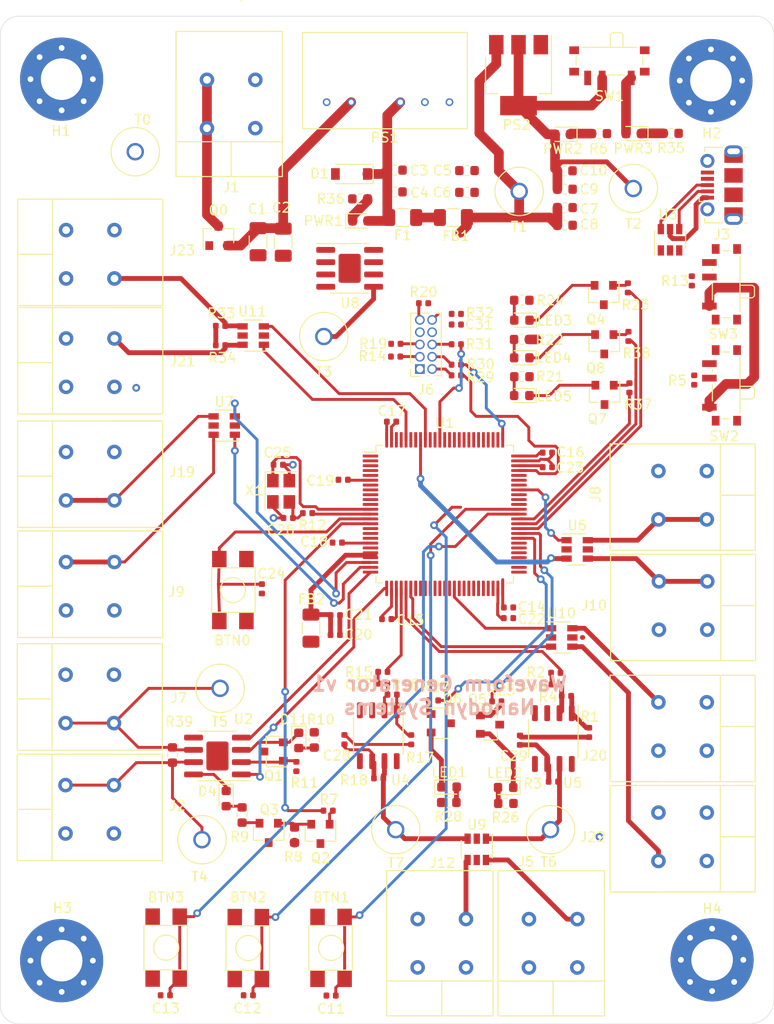
<source format=kicad_pcb>
(kicad_pcb (version 20171130) (host pcbnew "(5.1.5)-3")
  (layers (0 F.Cu signal) (1 In1.Cu power hide) (2 In2.Cu power hide) (31 B.Cu signal) (34 B.Paste user) (35 F.Paste user) (36 B.SilkS user) (37 F.SilkS user) (38 B.Mask user) (39 F.Mask user) (44 Edge.Cuts user))
  (net 0 "")
  (net 1 HSE_IN)
  (net 2 GND)
  (net 3 "Net-(C1-Pad1)")
  (net 4 "Net-(C3-Pad1)")
  (net 5 -5V)
  (net 6 +5V)
  (net 7 BTN1_Input)
  (net 8 BTN2_Input)
  (net 9 +3V3)
  (net 10 +3.3VA)
  (net 11 "Net-(C22-Pad1)")
  (net 12 "Net-(C23-Pad1)")
  (net 13 NRST)
  (net 14 "Net-(C27-Pad2)")
  (net 15 "Net-(C27-Pad1)")
  (net 16 "Net-(C28-Pad2)")
  (net 17 "Net-(C28-Pad1)")
  (net 18 "Net-(C29-Pad1)")
  (net 19 "Net-(C29-Pad2)")
  (net 20 "Net-(C30-Pad1)")
  (net 21 "Net-(C30-Pad2)")
  (net 22 VBUS)
  (net 23 "Net-(D4-Pad1)")
  (net 24 "Net-(D4-Pad2)")
  (net 25 "Net-(F1-Pad1)")
  (net 26 VCC)
  (net 27 "Net-(J3-Pad6)")
  (net 28 USB_ID)
  (net 29 "Net-(J6-Pad2)")
  (net 30 "Net-(J6-Pad4)")
  (net 31 "Net-(J6-Pad6)")
  (net 32 "Net-(J6-Pad10)")
  (net 33 USART1_RX)
  (net 34 USART1_TX)
  (net 35 TIM3_CH1)
  (net 36 TIM1_CH1)
  (net 37 ADC2_IN0)
  (net 38 ADC1_IN1)
  (net 39 I2C1_SDA)
  (net 40 I2C1_SCL)
  (net 41 TEMP_SENSE)
  (net 42 RE)
  (net 43 DE)
  (net 44 "Net-(Q2-Pad1)")
  (net 45 "Net-(Q2-Pad2)")
  (net 46 "Net-(Q3-Pad2)")
  (net 47 "Net-(Q4-Pad1)")
  (net 48 "Net-(Q5-Pad1)")
  (net 49 "Net-(Q6-Pad1)")
  (net 50 MAX485_PWR)
  (net 51 HSE_OUT)
  (net 52 BOOT0)
  (net 53 "Net-(R13-Pad1)")
  (net 54 BOOT1)
  (net 55 DAC_OUT1)
  (net 56 DAC_OUT2)
  (net 57 LED3)
  (net 58 LED2)
  (net 59 LED1)
  (net 60 SWDIO)
  (net 61 SWCLK)
  (net 62 SW0)
  (net 63 USART2_TX)
  (net 64 USART2_RX)
  (net 65 USB_D-)
  (net 66 USB_D+)
  (net 67 "Net-(C10-Pad1)")
  (net 68 "Net-(R1-Pad2)")
  (net 69 "Net-(R16-Pad2)")
  (net 70 BTN3_Input)
  (net 71 "Net-(C26-Pad2)")
  (net 72 "Net-(J3-Pad2)")
  (net 73 "Net-(J3-Pad3)")
  (net 74 "Net-(J5-Pad1)")
  (net 75 "Net-(J6-Pad3)")
  (net 76 "Net-(J6-Pad5)")
  (net 77 "Net-(J6-Pad9)")
  (net 78 "Net-(J8-Pad2)")
  (net 79 "Net-(J9-Pad2)")
  (net 80 "Net-(J10-Pad1)")
  (net 81 "Net-(J12-Pad1)")
  (net 82 "Net-(J19-Pad1)")
  (net 83 "Net-(J20-Pad2)")
  (net 84 "Net-(J21-Pad2)")
  (net 85 "Net-(J22-Pad1)")
  (net 86 "Net-(J23-Pad1)")
  (net 87 "Net-(Q7-Pad1)")
  (net 88 "Net-(Q8-Pad1)")
  (net 89 "Net-(R5-Pad1)")
  (net 90 LED5)
  (net 91 LED4)
  (net 92 "Net-(D11-Pad2)")
  (net 93 "Net-(J2-Pad2)")
  (net 94 "Net-(J7-Pad1)")
  (net 95 "Net-(LED1-Pad2)")
  (net 96 "Net-(LED1-Pad1)")
  (net 97 "Net-(LED2-Pad1)")
  (net 98 "Net-(LED2-Pad2)")
  (net 99 "Net-(LED3-Pad1)")
  (net 100 "Net-(LED3-Pad2)")
  (net 101 "Net-(LED4-Pad2)")
  (net 102 "Net-(LED4-Pad1)")
  (net 103 "Net-(LED5-Pad1)")
  (net 104 "Net-(LED5-Pad2)")
  (net 105 "Net-(R3-Pad1)")
  (net 106 "Net-(R18-Pad1)")
  (net 107 "Net-(PWR1-Pad1)")
  (net 108 "Net-(PWR2-Pad1)")
  (net 109 "Net-(PWR3-Pad1)")
  (net 110 USART2_RTS)
  (module "Extra Components:5mm Pitch, 2 Way Terminal Block" (layer F.Cu) (at 60.9 102.1)
    (fp_text reference J12 (at 0.06 -5.7) (layer F.SilkS))
    (fp_text value "Signal 2")
    (pad 1 thru_hole circle (at 2.5 5.1) (size 1.5 1.5) (drill 0.8) (layers *.Cu *.Mask) (net 81 "Net-(J12-Pad1)"))
    (pad 2 thru_hole circle (at -2.5 5.1) (size 1.5 1.5) (drill 0.8) (layers *.Cu *.Mask) (net 2 GND))
    (pad 1 thru_hole circle (at 2.5 0.1) (size 1.5 1.5) (drill 0.8) (layers *.Cu *.Mask) (net 81 "Net-(J12-Pad1)"))
    (pad 2 thru_hole circle (at -2.5 0.1) (size 1.5 1.5) (drill 0.8) (layers *.Cu *.Mask) (net 2 GND))
  )
  (module Package_TO_SOT_SMD:SOT-23-6 (layer F.Cu) (at 41.4 41.9 180)
    (fp_text reference U11 (at 0.1 2.5) (layer F.SilkS))
    (fp_text value USBLC6-2SC6)
    (pad 5 smd rect (at 1.1 0 180) (size 1.06 0.65) (layers F.Cu F.Paste F.Mask) (net 6 +5V))
    (pad 6 smd rect (at 1.1 -0.95 180) (size 1.06 0.65) (layers F.Cu F.Paste F.Mask) (net 84 "Net-(J21-Pad2)"))
    (pad 4 smd rect (at 1.1 0.95 180) (size 1.06 0.65) (layers F.Cu F.Paste F.Mask) (net 86 "Net-(J23-Pad1)"))
    (pad 3 smd rect (at -1.1 0.95 180) (size 1.06 0.65) (layers F.Cu F.Paste F.Mask) (net 40 I2C1_SCL))
    (pad 2 smd rect (at -1.1 0 180) (size 1.06 0.65) (layers F.Cu F.Paste F.Mask) (net 2 GND))
    (pad 1 smd rect (at -1.1 -0.95 180) (size 1.06 0.65) (layers F.Cu F.Paste F.Mask) (net 39 I2C1_SDA))
  )
  (module "Extra Components:5mm Pitch, 2 Way Terminal Block" (layer F.Cu) (at 27.139999 56.430001 270)
    (fp_text reference J19 (at -0.430001 -6.910001 180) (layer F.SilkS))
    (fp_text value ADC_2)
    (pad 2 thru_hole circle (at -2.5 0.1 270) (size 1.5 1.5) (drill 0.8) (layers *.Cu *.Mask) (net 2 GND))
    (pad 1 thru_hole circle (at 2.5 0.1 270) (size 1.5 1.5) (drill 0.8) (layers *.Cu *.Mask) (net 82 "Net-(J19-Pad1)"))
    (pad 2 thru_hole circle (at -2.5 5.1 270) (size 1.5 1.5) (drill 0.8) (layers *.Cu *.Mask) (net 2 GND))
    (pad 1 thru_hole circle (at 2.5 5.1 270) (size 1.5 1.5) (drill 0.8) (layers *.Cu *.Mask) (net 82 "Net-(J19-Pad1)"))
  )
  (module "Extra Components:5mm Pitch, 2 Way Terminal Block" (layer F.Cu) (at 27.1 79.45 270)
    (fp_text reference J7 (at -0.1 -6.6 180) (layer F.SilkS))
    (fp_text value RS485_2)
    (pad 2 thru_hole circle (at -2.5 0.1 270) (size 1.5 1.5) (drill 0.8) (layers *.Cu *.Mask) (net 2 GND))
    (pad 1 thru_hole circle (at 2.5 0.1 270) (size 1.5 1.5) (drill 0.8) (layers *.Cu *.Mask) (net 94 "Net-(J7-Pad1)"))
    (pad 2 thru_hole circle (at -2.5 5.1 270) (size 1.5 1.5) (drill 0.8) (layers *.Cu *.Mask) (net 2 GND))
    (pad 1 thru_hole circle (at 2.5 5.1 270) (size 1.5 1.5) (drill 0.8) (layers *.Cu *.Mask) (net 94 "Net-(J7-Pad1)"))
  )
  (module "Extra Components:5mm Pitch, 2 Way Terminal Block" (layer F.Cu) (at 83.25 69.8 90)
    (fp_text reference J10 (at 0.01 -6.6 180) (layer F.SilkS))
    (fp_text value USART1_2)
    (pad 1 thru_hole circle (at 2.5 5.1 90) (size 1.5 1.5) (drill 0.8) (layers *.Cu *.Mask) (net 80 "Net-(J10-Pad1)"))
    (pad 2 thru_hole circle (at -2.5 5.1 90) (size 1.5 1.5) (drill 0.8) (layers *.Cu *.Mask) (net 2 GND))
    (pad 1 thru_hole circle (at 2.5 0.1 90) (size 1.5 1.5) (drill 0.8) (layers *.Cu *.Mask) (net 80 "Net-(J10-Pad1)"))
    (pad 2 thru_hole circle (at -2.5 0.1 90) (size 1.5 1.5) (drill 0.8) (layers *.Cu *.Mask) (net 2 GND))
  )
  (module "Extra Components:5mm Pitch, 2 Way Terminal Block" (layer F.Cu) (at 83.2 82.3 90)
    (fp_text reference J20 (at -3.01 -6.51 180) (layer F.SilkS))
    (fp_text value TIMER_1)
    (pad 2 thru_hole circle (at 2.5 5.1 90) (size 1.5 1.5) (drill 0.8) (layers *.Cu *.Mask) (net 83 "Net-(J20-Pad2)"))
    (pad 1 thru_hole circle (at -2.5 5.1 90) (size 1.5 1.5) (drill 0.8) (layers *.Cu *.Mask) (net 9 +3V3))
    (pad 2 thru_hole circle (at 2.5 0.1 90) (size 1.5 1.5) (drill 0.8) (layers *.Cu *.Mask) (net 83 "Net-(J20-Pad2)"))
    (pad 1 thru_hole circle (at -2.5 0.1 90) (size 1.5 1.5) (drill 0.8) (layers *.Cu *.Mask) (net 9 +3V3))
  )
  (module Package_QFP:LQFP-100_14x14mm_P0.5mm (layer F.Cu) (at 61.2 60.35)
    (fp_text reference U1 (at 0 -9.42) (layer F.SilkS))
    (fp_text value STM32F427VITx)
    (pad 1 smd roundrect (at -7.675 -6) (size 1.6 0.3) (layers F.Cu F.Paste F.Mask))
    (pad 2 smd roundrect (at -7.675 -5.5) (size 1.6 0.3) (layers F.Cu F.Paste F.Mask))
    (pad 3 smd roundrect (at -7.675 -5) (size 1.6 0.3) (layers F.Cu F.Paste F.Mask))
    (pad 4 smd roundrect (at -7.675 -4.5) (size 1.6 0.3) (layers F.Cu F.Paste F.Mask))
    (pad 5 smd roundrect (at -7.675 -4) (size 1.6 0.3) (layers F.Cu F.Paste F.Mask))
    (pad 6 smd roundrect (at -7.675 -3.5) (size 1.6 0.3) (layers F.Cu F.Paste F.Mask) (net 9 +3V3))
    (pad 7 smd roundrect (at -7.675 -3) (size 1.6 0.3) (layers F.Cu F.Paste F.Mask))
    (pad 8 smd roundrect (at -7.675 -2.5) (size 1.6 0.3) (layers F.Cu F.Paste F.Mask))
    (pad 9 smd roundrect (at -7.675 -2) (size 1.6 0.3) (layers F.Cu F.Paste F.Mask))
    (pad 10 smd roundrect (at -7.675 -1.5) (size 1.6 0.3) (layers F.Cu F.Paste F.Mask) (net 2 GND))
    (pad 11 smd roundrect (at -7.675 -1) (size 1.6 0.3) (layers F.Cu F.Paste F.Mask) (net 9 +3V3))
    (pad 12 smd roundrect (at -7.675 -0.5) (size 1.6 0.3) (layers F.Cu F.Paste F.Mask) (net 1 HSE_IN))
    (pad 13 smd roundrect (at -7.675 0) (size 1.6 0.3) (layers F.Cu F.Paste F.Mask) (net 51 HSE_OUT))
    (pad 14 smd roundrect (at -7.675 0.5) (size 1.6 0.3) (layers F.Cu F.Paste F.Mask) (net 13 NRST))
    (pad 15 smd roundrect (at -7.675 1) (size 1.6 0.3) (layers F.Cu F.Paste F.Mask) (net 50 MAX485_PWR))
    (pad 16 smd roundrect (at -7.675 1.5) (size 1.6 0.3) (layers F.Cu F.Paste F.Mask))
    (pad 17 smd roundrect (at -7.675 2) (size 1.6 0.3) (layers F.Cu F.Paste F.Mask) (net 41 TEMP_SENSE))
    (pad 18 smd roundrect (at -7.675 2.5) (size 1.6 0.3) (layers F.Cu F.Paste F.Mask))
    (pad 19 smd roundrect (at -7.675 3) (size 1.6 0.3) (layers F.Cu F.Paste F.Mask) (net 9 +3V3))
    (pad 20 smd roundrect (at -7.675 3.5) (size 1.6 0.3) (layers F.Cu F.Paste F.Mask) (net 2 GND))
    (pad 21 smd roundrect (at -7.675 4) (size 1.6 0.3) (layers F.Cu F.Paste F.Mask) (net 10 +3.3VA))
    (pad 22 smd roundrect (at -7.675 4.5) (size 1.6 0.3) (layers F.Cu F.Paste F.Mask) (net 10 +3.3VA))
    (pad 23 smd roundrect (at -7.675 5) (size 1.6 0.3) (layers F.Cu F.Paste F.Mask) (net 37 ADC2_IN0))
    (pad 24 smd roundrect (at -7.675 5.5) (size 1.6 0.3) (layers F.Cu F.Paste F.Mask) (net 38 ADC1_IN1))
    (pad 25 smd roundrect (at -7.675 6) (size 1.6 0.3) (layers F.Cu F.Paste F.Mask) (net 63 USART2_TX))
    (pad 26 smd roundrect (at -6 7.675) (size 0.3 1.6) (layers F.Cu F.Paste F.Mask) (net 64 USART2_RX))
    (pad 27 smd roundrect (at -5.5 7.675) (size 0.3 1.6) (layers F.Cu F.Paste F.Mask) (net 2 GND))
    (pad 28 smd roundrect (at -5 7.675) (size 0.3 1.6) (layers F.Cu F.Paste F.Mask) (net 9 +3V3))
    (pad 29 smd roundrect (at -4.5 7.675) (size 0.3 1.6) (layers F.Cu F.Paste F.Mask) (net 55 DAC_OUT1))
    (pad 30 smd roundrect (at -4 7.675) (size 0.3 1.6) (layers F.Cu F.Paste F.Mask) (net 56 DAC_OUT2))
    (pad 31 smd roundrect (at -3.5 7.675) (size 0.3 1.6) (layers F.Cu F.Paste F.Mask) (net 35 TIM3_CH1))
    (pad 32 smd roundrect (at -3 7.675) (size 0.3 1.6) (layers F.Cu F.Paste F.Mask))
    (pad 33 smd roundrect (at -2.5 7.675) (size 0.3 1.6) (layers F.Cu F.Paste F.Mask))
    (pad 34 smd roundrect (at -2 7.675) (size 0.3 1.6) (layers F.Cu F.Paste F.Mask))
    (pad 35 smd roundrect (at -1.5 7.675) (size 0.3 1.6) (layers F.Cu F.Paste F.Mask))
    (pad 36 smd roundrect (at -1 7.675) (size 0.3 1.6) (layers F.Cu F.Paste F.Mask))
    (pad 37 smd roundrect (at -0.5 7.675) (size 0.3 1.6) (layers F.Cu F.Paste F.Mask) (net 54 BOOT1))
    (pad 38 smd roundrect (at 0 7.675) (size 0.3 1.6) (layers F.Cu F.Paste F.Mask))
    (pad 39 smd roundrect (at 0.5 7.675) (size 0.3 1.6) (layers F.Cu F.Paste F.Mask))
    (pad 40 smd roundrect (at 1 7.675) (size 0.3 1.6) (layers F.Cu F.Paste F.Mask) (net 36 TIM1_CH1))
    (pad 41 smd roundrect (at 1.5 7.675) (size 0.3 1.6) (layers F.Cu F.Paste F.Mask))
    (pad 42 smd roundrect (at 2 7.675) (size 0.3 1.6) (layers F.Cu F.Paste F.Mask))
    (pad 43 smd roundrect (at 2.5 7.675) (size 0.3 1.6) (layers F.Cu F.Paste F.Mask))
    (pad 44 smd roundrect (at 3 7.675) (size 0.3 1.6) (layers F.Cu F.Paste F.Mask))
    (pad 45 smd roundrect (at 3.5 7.675) (size 0.3 1.6) (layers F.Cu F.Paste F.Mask))
    (pad 46 smd roundrect (at 4 7.675) (size 0.3 1.6) (layers F.Cu F.Paste F.Mask))
    (pad 47 smd roundrect (at 4.5 7.675) (size 0.3 1.6) (layers F.Cu F.Paste F.Mask))
    (pad 48 smd roundrect (at 5 7.675) (size 0.3 1.6) (layers F.Cu F.Paste F.Mask))
    (pad 49 smd roundrect (at 5.5 7.675) (size 0.3 1.6) (layers F.Cu F.Paste F.Mask) (net 11 "Net-(C22-Pad1)"))
    (pad 50 smd roundrect (at 6 7.675) (size 0.3 1.6) (layers F.Cu F.Paste F.Mask) (net 9 +3V3))
    (pad 51 smd roundrect (at 7.675 6) (size 1.6 0.3) (layers F.Cu F.Paste F.Mask))
    (pad 52 smd roundrect (at 7.675 5.5) (size 1.6 0.3) (layers F.Cu F.Paste F.Mask))
    (pad 53 smd roundrect (at 7.675 5) (size 1.6 0.3) (layers F.Cu F.Paste F.Mask))
    (pad 54 smd roundrect (at 7.675 4.5) (size 1.6 0.3) (layers F.Cu F.Paste F.Mask))
    (pad 55 smd roundrect (at 7.675 4) (size 1.6 0.3) (layers F.Cu F.Paste F.Mask))
    (pad 56 smd roundrect (at 7.675 3.5) (size 1.6 0.3) (layers F.Cu F.Paste F.Mask))
    (pad 57 smd roundrect (at 7.675 3) (size 1.6 0.3) (layers F.Cu F.Paste F.Mask))
    (pad 58 smd roundrect (at 7.675 2.5) (size 1.6 0.3) (layers F.Cu F.Paste F.Mask) (net 59 LED1))
    (pad 59 smd roundrect (at 7.675 2) (size 1.6 0.3) (layers F.Cu F.Paste F.Mask) (net 58 LED2))
    (pad 60 smd roundrect (at 7.675 1.5) (size 1.6 0.3) (layers F.Cu F.Paste F.Mask) (net 57 LED3))
    (pad 61 smd roundrect (at 7.675 1) (size 1.6 0.3) (layers F.Cu F.Paste F.Mask) (net 91 LED4))
    (pad 62 smd roundrect (at 7.675 0.5) (size 1.6 0.3) (layers F.Cu F.Paste F.Mask) (net 90 LED5))
    (pad 63 smd roundrect (at 7.675 0) (size 1.6 0.3) (layers F.Cu F.Paste F.Mask) (net 70 BTN3_Input))
    (pad 64 smd roundrect (at 7.675 -0.5) (size 1.6 0.3) (layers F.Cu F.Paste F.Mask) (net 8 BTN2_Input))
    (pad 65 smd roundrect (at 7.675 -1) (size 1.6 0.3) (layers F.Cu F.Paste F.Mask) (net 7 BTN1_Input))
    (pad 66 smd roundrect (at 7.675 -1.5) (size 1.6 0.3) (layers F.Cu F.Paste F.Mask))
    (pad 67 smd roundrect (at 7.675 -2) (size 1.6 0.3) (layers F.Cu F.Paste F.Mask))
    (pad 68 smd roundrect (at 7.675 -2.5) (size 1.6 0.3) (layers F.Cu F.Paste F.Mask) (net 34 USART1_TX))
    (pad 69 smd roundrect (at 7.675 -3) (size 1.6 0.3) (layers F.Cu F.Paste F.Mask) (net 28 USB_ID))
    (pad 70 smd roundrect (at 7.675 -3.5) (size 1.6 0.3) (layers F.Cu F.Paste F.Mask) (net 65 USB_D-))
    (pad 71 smd roundrect (at 7.675 -4) (size 1.6 0.3) (layers F.Cu F.Paste F.Mask) (net 66 USB_D+))
    (pad 72 smd roundrect (at 7.675 -4.5) (size 1.6 0.3) (layers F.Cu F.Paste F.Mask) (net 60 SWDIO))
    (pad 73 smd roundrect (at 7.675 -5) (size 1.6 0.3) (layers F.Cu F.Paste F.Mask) (net 12 "Net-(C23-Pad1)"))
    (pad 74 smd roundrect (at 7.675 -5.5) (size 1.6 0.3) (layers F.Cu F.Paste F.Mask) (net 2 GND))
    (pad 75 smd roundrect (at 7.675 -6) (size 1.6 0.3) (layers F.Cu F.Paste F.Mask) (net 9 +3V3))
    (pad 76 smd roundrect (at 6 -7.675) (size 0.3 1.6) (layers F.Cu F.Paste F.Mask) (net 61 SWCLK))
    (pad 77 smd roundrect (at 5.5 -7.675) (size 0.3 1.6) (layers F.Cu F.Paste F.Mask))
    (pad 78 smd roundrect (at 5 -7.675) (size 0.3 1.6) (layers F.Cu F.Paste F.Mask))
    (pad 79 smd roundrect (at 4.5 -7.675) (size 0.3 1.6) (layers F.Cu F.Paste F.Mask))
    (pad 80 smd roundrect (at 4 -7.675) (size 0.3 1.6) (layers F.Cu F.Paste F.Mask))
    (pad 81 smd roundrect (at 3.5 -7.675) (size 0.3 1.6) (layers F.Cu F.Paste F.Mask))
    (pad 82 smd roundrect (at 3 -7.675) (size 0.3 1.6) (layers F.Cu F.Paste F.Mask))
    (pad 83 smd roundrect (at 2.5 -7.675) (size 0.3 1.6) (layers F.Cu F.Paste F.Mask))
    (pad 84 smd roundrect (at 2 -7.675) (size 0.3 1.6) (layers F.Cu F.Paste F.Mask))
    (pad 85 smd roundrect (at 1.5 -7.675) (size 0.3 1.6) (layers F.Cu F.Paste F.Mask) (net 110 USART2_RTS))
    (pad 86 smd roundrect (at 1 -7.675) (size 0.3 1.6) (layers F.Cu F.Paste F.Mask))
    (pad 87 smd roundrect (at 0.5 -7.675) (size 0.3 1.6) (layers F.Cu F.Paste F.Mask))
    (pad 88 smd roundrect (at 0 -7.675) (size 0.3 1.6) (layers F.Cu F.Paste F.Mask))
    (pad 89 smd roundrect (at -0.5 -7.675) (size 0.3 1.6) (layers F.Cu F.Paste F.Mask) (net 62 SW0))
    (pad 90 smd roundrect (at -1 -7.675) (size 0.3 1.6) (layers F.Cu F.Paste F.Mask))
    (pad 91 smd roundrect (at -1.5 -7.675) (size 0.3 1.6) (layers F.Cu F.Paste F.Mask))
    (pad 92 smd roundrect (at -2 -7.675) (size 0.3 1.6) (layers F.Cu F.Paste F.Mask) (net 40 I2C1_SCL))
    (pad 93 smd roundrect (at -2.5 -7.675) (size 0.3 1.6) (layers F.Cu F.Paste F.Mask) (net 33 USART1_RX))
    (pad 94 smd roundrect (at -3 -7.675) (size 0.3 1.6) (layers F.Cu F.Paste F.Mask) (net 52 BOOT0))
    (pad 95 smd roundrect (at -3.5 -7.675) (size 0.3 1.6) (layers F.Cu F.Paste F.Mask))
    (pad 96 smd roundrect (at -4 -7.675) (size 0.3 1.6) (layers F.Cu F.Paste F.Mask) (net 39 I2C1_SDA))
    (pad 97 smd roundrect (at -4.5 -7.675) (size 0.3 1.6) (layers F.Cu F.Paste F.Mask))
    (pad 98 smd roundrect (at -5 -7.675) (size 0.3 1.6) (layers F.Cu F.Paste F.Mask))
    (pad 99 smd roundrect (at -5.5 -7.675) (size 0.3 1.6) (layers F.Cu F.Paste F.Mask) (net 2 GND))
    (pad 100 smd roundrect (at -6 -7.675) (size 0.3 1.6) (layers F.Cu F.Paste F.Mask) (net 9 +3V3))
  )
  (module "Extra Components:5mm Pitch, 2 Way Terminal Block" (layer F.Cu) (at 27.15 44.7 270)
    (fp_text reference J21 (at -0.15 -6.95 180) (layer F.SilkS))
    (fp_text value I2C1_1)
    (pad 2 thru_hole circle (at -2.5 0.1 270) (size 1.5 1.5) (drill 0.8) (layers *.Cu *.Mask) (net 84 "Net-(J21-Pad2)"))
    (pad 1 thru_hole circle (at 2.5 0.1 270) (size 1.5 1.5) (drill 0.8) (layers *.Cu *.Mask) (net 9 +3V3))
    (pad 2 thru_hole circle (at -2.5 5.1 270) (size 1.5 1.5) (drill 0.8) (layers *.Cu *.Mask) (net 84 "Net-(J21-Pad2)"))
    (pad 1 thru_hole circle (at 2.5 5.1 270) (size 1.5 1.5) (drill 0.8) (layers *.Cu *.Mask) (net 9 +3V3))
  )
  (module Button_Switch_SMD:SW_SPDT_PCM12 (layer F.Cu) (at 78.232 13.843 180)
    (fp_text reference SW1 (at 0 -3.3) (layer F.SilkS))
    (fp_text value SW_SPDT)
    (pad "" np_thru_hole circle (at -1.5 0.33 180) (size 0.9 0.9) (drill 0.9) (layers *.Cu *.Mask))
    (pad "" np_thru_hole circle (at 1.5 0.33 180) (size 0.9 0.9) (drill 0.9) (layers *.Cu *.Mask))
    (pad 1 smd rect (at -2.25 -1.43 180) (size 0.7 1.5) (layers F.Cu F.Paste F.Mask) (net 9 +3V3))
    (pad 2 smd rect (at 0.75 -1.43 180) (size 0.7 1.5) (layers F.Cu F.Paste F.Mask) (net 67 "Net-(C10-Pad1)"))
    (pad 3 smd rect (at 2.25 -1.43 180) (size 0.7 1.5) (layers F.Cu F.Paste F.Mask))
    (pad "" smd rect (at -3.65 1.43 180) (size 1 0.8) (layers F.Cu F.Paste F.Mask))
    (pad "" smd rect (at 3.65 1.43 180) (size 1 0.8) (layers F.Cu F.Paste F.Mask))
    (pad "" smd rect (at 3.65 -0.78 180) (size 1 0.8) (layers F.Cu F.Paste F.Mask))
    (pad "" smd rect (at -3.65 -0.78 180) (size 1 0.8) (layers F.Cu F.Paste F.Mask))
  )
  (module Crystal:Crystal_SMD_3225-4Pin_3.2x2.5mm (layer F.Cu) (at 44.28 57.99 270)
    (fp_text reference X1 (at -0.09 2.78 180) (layer F.SilkS))
    (fp_text value " 25MHZ")
    (pad 1 smd rect (at -1.1 0.85 270) (size 1.4 1.2) (layers F.Cu F.Paste F.Mask) (net 1 HSE_IN))
    (pad 2 smd rect (at 1.1 0.85 270) (size 1.4 1.2) (layers F.Cu F.Paste F.Mask) (net 2 GND))
    (pad 3 smd rect (at 1.1 -0.85 270) (size 1.4 1.2) (layers F.Cu F.Paste F.Mask) (net 71 "Net-(C26-Pad2)"))
    (pad 4 smd rect (at -1.1 -0.85 270) (size 1.4 1.2) (layers F.Cu F.Paste F.Mask) (net 2 GND))
  )
  (module Capacitor_SMD:C_1206_3216Metric (layer F.Cu) (at 41.9 32.2 270)
    (fp_text reference C1 (at -3.37 0.09 180) (layer F.SilkS))
    (fp_text value 10n)
    (pad 2 smd roundrect (at 1.4 0 270) (size 1.25 1.75) (layers F.Cu F.Paste F.Mask) (roundrect_rratio 0.2) (net 2 GND))
    (pad 1 smd roundrect (at -1.4 0 270) (size 1.25 1.75) (layers F.Cu F.Paste F.Mask) (roundrect_rratio 0.2) (net 3 "Net-(C1-Pad1)"))
  )
  (module Capacitor_SMD:C_1206_3216Metric (layer F.Cu) (at 44.5 32.25 90)
    (fp_text reference C2 (at 3.57 -0.19 180) (layer F.SilkS))
    (fp_text value 10n)
    (pad 1 smd roundrect (at -1.4 0 90) (size 1.25 1.75) (layers F.Cu F.Paste F.Mask) (roundrect_rratio 0.2) (net 2 GND))
    (pad 2 smd roundrect (at 1.4 0 90) (size 1.25 1.75) (layers F.Cu F.Paste F.Mask) (roundrect_rratio 0.2) (net 3 "Net-(C1-Pad1)"))
  )
  (module Capacitor_SMD:C_0603_1608Metric (layer F.Cu) (at 56.05 24.8)
    (fp_text reference C3 (at 2.5 0.05) (layer F.SilkS))
    (fp_text value 10n)
    (pad 1 smd roundrect (at -0.7875 0) (size 0.875 0.95) (layers F.Cu F.Paste F.Mask) (net 4 "Net-(C3-Pad1)"))
    (pad 2 smd roundrect (at 0.7875 0) (size 0.875 0.95) (layers F.Cu F.Paste F.Mask) (net 2 GND))
  )
  (module Capacitor_SMD:C_0603_1608Metric (layer F.Cu) (at 56.05 27.05)
    (fp_text reference C4 (at 2.55 0.1) (layer F.SilkS))
    (fp_text value 10n)
    (pad 2 smd roundrect (at 0.7875 0) (size 0.875 0.95) (layers F.Cu F.Paste F.Mask) (net 2 GND))
    (pad 1 smd roundrect (at -0.7875 0) (size 0.875 0.95) (layers F.Cu F.Paste F.Mask) (net 4 "Net-(C3-Pad1)"))
  )
  (module Capacitor_SMD:C_0603_1608Metric (layer F.Cu) (at 63.5 24.85)
    (fp_text reference C5 (at -2.55 0) (layer F.SilkS))
    (fp_text value 10n)
    (pad 2 smd roundrect (at 0.7875 0) (size 0.875 0.95) (layers F.Cu F.Paste F.Mask) (net 5 -5V))
    (pad 1 smd roundrect (at -0.7875 0) (size 0.875 0.95) (layers F.Cu F.Paste F.Mask) (net 2 GND))
  )
  (module Capacitor_SMD:C_0603_1608Metric (layer F.Cu) (at 63.5 27.1)
    (fp_text reference C6 (at -2.5725 0) (layer F.SilkS))
    (fp_text value 10n)
    (pad 1 smd roundrect (at -0.7875 0) (size 0.875 0.95) (layers F.Cu F.Paste F.Mask) (net 2 GND))
    (pad 2 smd roundrect (at 0.7875 0) (size 0.875 0.95) (layers F.Cu F.Paste F.Mask) (net 5 -5V))
  )
  (module Capacitor_SMD:C_0402_1005Metric (layer F.Cu) (at 49.45 110.11)
    (fp_text reference C11 (at 0 1.35) (layer F.SilkS))
    (fp_text value 12p)
    (pad 1 smd roundrect (at -0.485 0) (size 0.59 0.64) (layers F.Cu F.Paste F.Mask) (net 2 GND))
    (pad 2 smd roundrect (at 0.485 0) (size 0.59 0.64) (layers F.Cu F.Paste F.Mask) (net 7 BTN1_Input))
  )
  (module Capacitor_SMD:C_0402_1005Metric (layer F.Cu) (at 40.89 110.08)
    (fp_text reference C12 (at -0.1 1.35) (layer F.SilkS))
    (fp_text value 12p)
    (pad 2 smd roundrect (at 0.485 0) (size 0.59 0.64) (layers F.Cu F.Paste F.Mask) (net 8 BTN2_Input))
    (pad 1 smd roundrect (at -0.485 0) (size 0.59 0.64) (layers F.Cu F.Paste F.Mask) (net 2 GND))
  )
  (module Capacitor_SMD:C_0402_1005Metric (layer F.Cu) (at 32.31 110.08)
    (fp_text reference C13 (at 0.05 1.35) (layer F.SilkS))
    (fp_text value 12p)
    (pad 1 smd roundrect (at -0.485 0) (size 0.59 0.64) (layers F.Cu F.Paste F.Mask) (net 2 GND))
    (pad 2 smd roundrect (at 0.485 0) (size 0.59 0.64) (layers F.Cu F.Paste F.Mask) (net 70 BTN3_Input))
  )
  (module Capacitor_SMD:C_0402_1005Metric (layer F.Cu) (at 67.8 70)
    (fp_text reference C14 (at 2.4 -0.06) (layer F.SilkS))
    (fp_text value 4u7)
    (pad 2 smd roundrect (at 0.485 0) (size 0.59 0.64) (layers F.Cu F.Paste F.Mask) (net 2 GND))
    (pad 1 smd roundrect (at -0.485 0) (size 0.59 0.64) (layers F.Cu F.Paste F.Mask) (net 9 +3V3))
  )
  (module Capacitor_SMD:C_0402_1005Metric (layer F.Cu) (at 55.2 71.2 180)
    (fp_text reference C15 (at -2.45 -0.1) (layer F.SilkS))
    (fp_text value 100n)
    (pad 2 smd roundrect (at 0.485 0 180) (size 0.59 0.64) (layers F.Cu F.Paste F.Mask) (net 2 GND))
    (pad 1 smd roundrect (at -0.485 0 180) (size 0.59 0.64) (layers F.Cu F.Paste F.Mask) (net 9 +3V3))
  )
  (module Capacitor_SMD:C_0402_1005Metric (layer F.Cu) (at 71.815 54)
    (fp_text reference C16 (at 2.4 -0.05) (layer F.SilkS))
    (fp_text value 100n)
    (pad 2 smd roundrect (at 0.485 0) (size 0.59 0.64) (layers F.Cu F.Paste F.Mask) (net 2 GND))
    (pad 1 smd roundrect (at -0.485 0) (size 0.59 0.64) (layers F.Cu F.Paste F.Mask) (net 9 +3V3))
  )
  (module Capacitor_SMD:C_0402_1005Metric (layer F.Cu) (at 55.7 50.8)
    (fp_text reference C17 (at 0.015 -1.1) (layer F.SilkS))
    (fp_text value 100n)
    (pad 2 smd roundrect (at 0.485 0) (size 0.59 0.64) (layers F.Cu F.Paste F.Mask) (net 2 GND))
    (pad 1 smd roundrect (at -0.485 0) (size 0.59 0.64) (layers F.Cu F.Paste F.Mask) (net 9 +3V3))
  )
  (module Capacitor_SMD:C_0402_1005Metric (layer F.Cu) (at 50.092 63.296 180)
    (fp_text reference C18 (at 2.392 0.096) (layer F.SilkS))
    (fp_text value 100n)
    (pad 1 smd roundrect (at -0.485 0 180) (size 0.59 0.64) (layers F.Cu F.Paste F.Mask) (net 9 +3V3))
    (pad 2 smd roundrect (at 0.485 0 180) (size 0.59 0.64) (layers F.Cu F.Paste F.Mask) (net 2 GND))
  )
  (module Capacitor_SMD:C_0402_1005Metric (layer F.Cu) (at 50.7 56.8 180)
    (fp_text reference C19 (at 2.37 -0.1) (layer F.SilkS))
    (fp_text value 100n)
    (pad 1 smd roundrect (at -0.485 0 180) (size 0.59 0.64) (layers F.Cu F.Paste F.Mask) (net 9 +3V3))
    (pad 2 smd roundrect (at 0.485 0 180) (size 0.59 0.64) (layers F.Cu F.Paste F.Mask) (net 2 GND))
  )
  (module Capacitor_SMD:C_0402_1005Metric (layer F.Cu) (at 49.875 72.837)
    (fp_text reference C20 (at 2.4 -0.03) (layer F.SilkS))
    (fp_text value 1u)
    (pad 1 smd roundrect (at -0.485 0) (size 0.59 0.64) (layers F.Cu F.Paste F.Mask) (net 10 +3.3VA))
    (pad 2 smd roundrect (at 0.485 0) (size 0.59 0.64) (layers F.Cu F.Paste F.Mask) (net 2 GND))
  )
  (module Capacitor_SMD:C_0402_1005Metric (layer F.Cu) (at 49.885 70.8 180)
    (fp_text reference C21 (at -2.415 0.06) (layer F.SilkS))
    (fp_text value 1u)
    (pad 1 smd roundrect (at -0.485 0 180) (size 0.59 0.64) (layers F.Cu F.Paste F.Mask) (net 2 GND))
    (pad 2 smd roundrect (at 0.485 0 180) (size 0.59 0.64) (layers F.Cu F.Paste F.Mask) (net 10 +3.3VA))
  )
  (module Capacitor_SMD:C_0402_1005Metric (layer F.Cu) (at 42.291 68.072 90)
    (fp_text reference C24 (at 1.565 1 180) (layer F.SilkS))
    (fp_text value 12p)
    (pad 1 smd roundrect (at -0.485 0 90) (size 0.59 0.64) (layers F.Cu F.Paste F.Mask) (net 2 GND))
    (pad 2 smd roundrect (at 0.485 0 90) (size 0.59 0.64) (layers F.Cu F.Paste F.Mask) (net 13 NRST))
  )
  (module Capacitor_SMD:C_0402_1005Metric (layer F.Cu) (at 43.985 55.25 180)
    (fp_text reference C25 (at 0.08 1.25) (layer F.SilkS))
    (fp_text value 20p)
    (pad 1 smd roundrect (at -0.485 0 180) (size 0.59 0.64) (layers F.Cu F.Paste F.Mask) (net 2 GND))
    (pad 2 smd roundrect (at 0.485 0 180) (size 0.59 0.64) (layers F.Cu F.Paste F.Mask) (net 1 HSE_IN))
  )
  (module Capacitor_SMD:C_0402_1005Metric (layer F.Cu) (at 45.015 60.75)
    (fp_text reference C26 (at -0.765 1.25) (layer F.SilkS))
    (fp_text value 20p)
    (pad 2 smd roundrect (at 0.485 0) (size 0.59 0.64) (layers F.Cu F.Paste F.Mask) (net 71 "Net-(C26-Pad2)"))
    (pad 1 smd roundrect (at -0.485 0) (size 0.59 0.64) (layers F.Cu F.Paste F.Mask) (net 2 GND))
  )
  (module Capacitor_SMD:C_0402_1005Metric (layer F.Cu) (at 62.4 40.76 180)
    (fp_text reference C31 (at -2.35 0) (layer F.SilkS))
    (fp_text value 100n)
    (pad 1 smd roundrect (at -0.485 0 180) (size 0.59 0.64) (layers F.Cu F.Paste F.Mask) (net 13 NRST))
    (pad 2 smd roundrect (at 0.485 0 180) (size 0.59 0.64) (layers F.Cu F.Paste F.Mask) (net 2 GND))
  )
  (module Diode_SMD:D_SOD-123 (layer F.Cu) (at 51.55 25.2 180)
    (fp_text reference D1 (at 3.3 0.05 180) (layer F.SilkS))
    (fp_text value B5819W)
    (pad 2 smd rect (at 1.65 0 180) (size 0.9 1.2) (layers F.Cu F.Paste F.Mask) (net 22 VBUS))
    (pad 1 smd rect (at -1.65 0 180) (size 0.9 1.2) (layers F.Cu F.Paste F.Mask) (net 4 "Net-(C3-Pad1)"))
  )
  (module LED_SMD:LED_0603_1608Metric (layer F.Cu) (at 73.4 21.1 180)
    (fp_text reference PWR2 (at 0 -1.5) (layer F.SilkS))
    (fp_text value GREEN)
    (pad 1 smd roundrect (at -0.7875 0 180) (size 0.875 0.95) (layers F.Cu F.Paste F.Mask) (net 108 "Net-(PWR2-Pad1)"))
    (pad 2 smd roundrect (at 0.7875 0 180) (size 0.875 0.95) (layers F.Cu F.Paste F.Mask) (net 67 "Net-(C10-Pad1)"))
  )
  (module LED_SMD:LED_0603_1608Metric (layer F.Cu) (at 38.6 89.75 270)
    (fp_text reference D4 (at -0.75 1.95 180) (layer F.SilkS))
    (fp_text value BLUE)
    (pad 1 smd roundrect (at -0.7875 0 270) (size 0.875 0.95) (layers F.Cu F.Paste F.Mask) (net 23 "Net-(D4-Pad1)"))
    (pad 2 smd roundrect (at 0.7875 0 270) (size 0.875 0.95) (layers F.Cu F.Paste F.Mask) (net 24 "Net-(D4-Pad2)"))
  )
  (module LED_SMD:LED_0603_1608Metric (layer F.Cu) (at 69.18 40.31 180)
    (fp_text reference LED3 (at -3.38 -0.04) (layer F.SilkS))
    (fp_text value GREEN)
    (pad 2 smd roundrect (at 0.7875 0 180) (size 0.875 0.95) (layers F.Cu F.Paste F.Mask) (net 100 "Net-(LED3-Pad2)"))
    (pad 1 smd roundrect (at -0.7875 0 180) (size 0.875 0.95) (layers F.Cu F.Paste F.Mask) (net 99 "Net-(LED3-Pad1)"))
  )
  (module LED_SMD:LED_0603_1608Metric (layer F.Cu) (at 67.5 88.6 180)
    (fp_text reference LED2 (at 0.1 1.5) (layer F.SilkS))
    (fp_text value RED)
    (pad 1 smd roundrect (at -0.7875 0 180) (size 0.875 0.95) (layers F.Cu F.Paste F.Mask) (net 97 "Net-(LED2-Pad1)"))
    (pad 2 smd roundrect (at 0.7875 0 180) (size 0.875 0.95) (layers F.Cu F.Paste F.Mask) (net 98 "Net-(LED2-Pad2)"))
  )
  (module LED_SMD:LED_0603_1608Metric (layer F.Cu) (at 61.65 88.556)
    (fp_text reference LED1 (at 0 -1.524) (layer F.SilkS))
    (fp_text value BLUE)
    (pad 2 smd roundrect (at 0.7875 0) (size 0.875 0.95) (layers F.Cu F.Paste F.Mask) (net 95 "Net-(LED1-Pad2)"))
    (pad 1 smd roundrect (at -0.7875 0) (size 0.875 0.95) (layers F.Cu F.Paste F.Mask) (net 96 "Net-(LED1-Pad1)"))
  )
  (module LED_SMD:LED_0603_1608Metric (layer F.Cu) (at 80.735 21.027 180)
    (fp_text reference PWR3 (at 0.035 -1.544) (layer F.SilkS))
    (fp_text value GREEN)
    (pad 1 smd roundrect (at -0.7875 0 180) (size 0.875 0.95) (layers F.Cu F.Paste F.Mask) (net 109 "Net-(PWR3-Pad1)"))
    (pad 2 smd roundrect (at 0.7875 0 180) (size 0.875 0.95) (layers F.Cu F.Paste F.Mask) (net 9 +3V3))
  )
  (module Fuse:Fuse_1206_3216Metric (layer F.Cu) (at 56.85 29.7 180)
    (fp_text reference F1 (at 0 -1.82) (layer F.SilkS))
    (fp_text value 300mA)
    (pad 2 smd roundrect (at 1.4 0 180) (size 1.25 1.75) (layers F.Cu F.Paste F.Mask) (roundrect_rratio 0.2) (net 4 "Net-(C3-Pad1)"))
    (pad 1 smd roundrect (at -1.4 0 180) (size 1.25 1.75) (layers F.Cu F.Paste F.Mask) (roundrect_rratio 0.2) (net 25 "Net-(F1-Pad1)"))
  )
  (module Inductor_SMD:L_1206_3216Metric (layer F.Cu) (at 62.1 29.7)
    (fp_text reference FB1 (at 0.25 1.9) (layer F.SilkS))
    (fp_text value "600 @ 600MHz")
    (pad 2 smd roundrect (at 1.4 0) (size 1.25 1.75) (layers F.Cu F.Paste F.Mask) (roundrect_rratio 0.2) (net 6 +5V))
    (pad 1 smd roundrect (at -1.4 0) (size 1.25 1.75) (layers F.Cu F.Paste F.Mask) (roundrect_rratio 0.2) (net 25 "Net-(F1-Pad1)"))
  )
  (module Inductor_SMD:L_1206_3216Metric (layer F.Cu) (at 47.371 72.136 90)
    (fp_text reference FB2 (at 3 0.05 180) (layer F.SilkS))
    (fp_text value "600 @ 600MHz")
    (pad 2 smd roundrect (at 1.4 0 90) (size 1.25 1.75) (layers F.Cu F.Paste F.Mask) (roundrect_rratio 0.2) (net 10 +3.3VA))
    (pad 1 smd roundrect (at -1.4 0 90) (size 1.25 1.75) (layers F.Cu F.Paste F.Mask) (roundrect_rratio 0.2) (net 9 +3V3))
  )
  (module MountingHole:MountingHole_4.3mm_M4_Pad_Via (layer F.Cu) (at 21.59 15.4)
    (fp_text reference H1 (at -0.06 5.36) (layer F.SilkS))
    (fp_text value MountingHole_Pad)
    (pad 1 thru_hole circle (at 0 0) (size 8.6 8.6) (drill 4.3) (layers *.Cu *.Mask) (net 2 GND))
    (pad 1 thru_hole circle (at 3.225 0) (size 0.9 0.9) (drill 0.6) (layers *.Cu *.Mask) (net 2 GND))
    (pad 1 thru_hole circle (at 2.280419 2.280419) (size 0.9 0.9) (drill 0.6) (layers *.Cu *.Mask) (net 2 GND))
    (pad 1 thru_hole circle (at 0 3.225) (size 0.9 0.9) (drill 0.6) (layers *.Cu *.Mask) (net 2 GND))
    (pad 1 thru_hole circle (at -2.280419 2.280419) (size 0.9 0.9) (drill 0.6) (layers *.Cu *.Mask) (net 2 GND))
    (pad 1 thru_hole circle (at -3.225 0) (size 0.9 0.9) (drill 0.6) (layers *.Cu *.Mask) (net 2 GND))
    (pad 1 thru_hole circle (at -2.280419 -2.280419) (size 0.9 0.9) (drill 0.6) (layers *.Cu *.Mask) (net 2 GND))
    (pad 1 thru_hole circle (at 0 -3.225) (size 0.9 0.9) (drill 0.6) (layers *.Cu *.Mask) (net 2 GND))
    (pad 1 thru_hole circle (at 2.280419 -2.280419) (size 0.9 0.9) (drill 0.6) (layers *.Cu *.Mask) (net 2 GND))
  )
  (module MountingHole:MountingHole_4.3mm_M4_Pad_Via (layer F.Cu) (at 88.73 15.55)
    (fp_text reference H2 (at 0.08 5.44) (layer F.SilkS))
    (fp_text value MountingHole_Pad)
    (pad 1 thru_hole circle (at 2.280419 -2.280419) (size 0.9 0.9) (drill 0.6) (layers *.Cu *.Mask) (net 2 GND))
    (pad 1 thru_hole circle (at 0 -3.225) (size 0.9 0.9) (drill 0.6) (layers *.Cu *.Mask) (net 2 GND))
    (pad 1 thru_hole circle (at -2.280419 -2.280419) (size 0.9 0.9) (drill 0.6) (layers *.Cu *.Mask) (net 2 GND))
    (pad 1 thru_hole circle (at -3.225 0) (size 0.9 0.9) (drill 0.6) (layers *.Cu *.Mask) (net 2 GND))
    (pad 1 thru_hole circle (at -2.280419 2.280419) (size 0.9 0.9) (drill 0.6) (layers *.Cu *.Mask) (net 2 GND))
    (pad 1 thru_hole circle (at 0 3.225) (size 0.9 0.9) (drill 0.6) (layers *.Cu *.Mask) (net 2 GND))
    (pad 1 thru_hole circle (at 2.280419 2.280419) (size 0.9 0.9) (drill 0.6) (layers *.Cu *.Mask) (net 2 GND))
    (pad 1 thru_hole circle (at 3.225 0) (size 0.9 0.9) (drill 0.6) (layers *.Cu *.Mask) (net 2 GND))
    (pad 1 thru_hole circle (at 0 0) (size 8.6 8.6) (drill 4.3) (layers *.Cu *.Mask) (net 2 GND))
  )
  (module MountingHole:MountingHole_4.3mm_M4_Pad_Via (layer F.Cu) (at 21.59 106.5)
    (fp_text reference H3 (at 0.07 -5.45) (layer F.SilkS))
    (fp_text value MountingHole_Pad)
    (pad 1 thru_hole circle (at 2.280419 -2.280419) (size 0.9 0.9) (drill 0.6) (layers *.Cu *.Mask) (net 2 GND))
    (pad 1 thru_hole circle (at 0 -3.225) (size 0.9 0.9) (drill 0.6) (layers *.Cu *.Mask) (net 2 GND))
    (pad 1 thru_hole circle (at -2.280419 -2.280419) (size 0.9 0.9) (drill 0.6) (layers *.Cu *.Mask) (net 2 GND))
    (pad 1 thru_hole circle (at -3.225 0) (size 0.9 0.9) (drill 0.6) (layers *.Cu *.Mask) (net 2 GND))
    (pad 1 thru_hole circle (at -2.280419 2.280419) (size 0.9 0.9) (drill 0.6) (layers *.Cu *.Mask) (net 2 GND))
    (pad 1 thru_hole circle (at 0 3.225) (size 0.9 0.9) (drill 0.6) (layers *.Cu *.Mask) (net 2 GND))
    (pad 1 thru_hole circle (at 2.280419 2.280419) (size 0.9 0.9) (drill 0.6) (layers *.Cu *.Mask) (net 2 GND))
    (pad 1 thru_hole circle (at 3.225 0) (size 0.9 0.9) (drill 0.6) (layers *.Cu *.Mask) (net 2 GND))
    (pad 1 thru_hole circle (at 0 0) (size 8.6 8.6) (drill 4.3) (layers *.Cu *.Mask) (net 2 GND))
  )
  (module MountingHole:MountingHole_4.3mm_M4_Pad_Via (layer F.Cu) (at 88.85 106.420419)
    (fp_text reference H4 (at 0 -5.3) (layer F.SilkS))
    (fp_text value MountingHole_Pad)
    (pad 1 thru_hole circle (at 2.280419 -2.280419) (size 0.9 0.9) (drill 0.6) (layers *.Cu *.Mask) (net 2 GND))
    (pad 1 thru_hole circle (at 0 -3.225) (size 0.9 0.9) (drill 0.6) (layers *.Cu *.Mask) (net 2 GND))
    (pad 1 thru_hole circle (at -2.280419 -2.280419) (size 0.9 0.9) (drill 0.6) (layers *.Cu *.Mask) (net 2 GND))
    (pad 1 thru_hole circle (at -3.225 0) (size 0.9 0.9) (drill 0.6) (layers *.Cu *.Mask) (net 2 GND))
    (pad 1 thru_hole circle (at -2.280419 2.280419) (size 0.9 0.9) (drill 0.6) (layers *.Cu *.Mask) (net 2 GND))
    (pad 1 thru_hole circle (at 0 3.225) (size 0.9 0.9) (drill 0.6) (layers *.Cu *.Mask) (net 2 GND))
    (pad 1 thru_hole circle (at 2.280419 2.280419) (size 0.9 0.9) (drill 0.6) (layers *.Cu *.Mask) (net 2 GND))
    (pad 1 thru_hole circle (at 3.225 0) (size 0.9 0.9) (drill 0.6) (layers *.Cu *.Mask) (net 2 GND))
    (pad 1 thru_hole circle (at 0 0) (size 8.6 8.6) (drill 4.3) (layers *.Cu *.Mask) (net 2 GND))
  )
  (module Connector_USB:USB_Micro-B_Molex-105017-0001 (layer F.Cu) (at 89.83 26.35 90)
    (fp_text reference J3 (at -5.11 0.04 180) (layer F.SilkS))
    (fp_text value USB_B_Micro)
    (pad 6 smd rect (at 1 1.2375 90) (size 1.5 1.9) (layers F.Cu F.Paste F.Mask) (net 27 "Net-(J3-Pad6)"))
    (pad 6 thru_hole circle (at -2.5 -1.4625 90) (size 1.45 1.45) (drill 0.85) (layers *.Cu *.Mask) (net 27 "Net-(J3-Pad6)"))
    (pad 2 smd rect (at -0.65 -1.4625 90) (size 0.4 1.35) (layers F.Cu F.Paste F.Mask) (net 72 "Net-(J3-Pad2)"))
    (pad 1 smd rect (at -1.3 -1.4625 90) (size 0.4 1.35) (layers F.Cu F.Paste F.Mask) (net 22 VBUS))
    (pad 5 smd rect (at 1.3 -1.4625 90) (size 0.4 1.35) (layers F.Cu F.Paste F.Mask) (net 2 GND))
    (pad 4 smd rect (at 0.65 -1.4625 90) (size 0.4 1.35) (layers F.Cu F.Paste F.Mask) (net 28 USB_ID))
    (pad 3 smd rect (at 0 -1.4625 90) (size 0.4 1.35) (layers F.Cu F.Paste F.Mask) (net 73 "Net-(J3-Pad3)"))
    (pad 6 thru_hole circle (at 2.5 -1.4625 90) (size 1.45 1.45) (drill 0.85) (layers *.Cu *.Mask) (net 27 "Net-(J3-Pad6)"))
    (pad 6 smd rect (at -1 1.2375 90) (size 1.5 1.9) (layers F.Cu F.Paste F.Mask) (net 27 "Net-(J3-Pad6)"))
    (pad 6 thru_hole oval (at -3.5 1.2375 270) (size 1.2 1.9) (drill oval 0.6 1.3) (layers *.Cu *.Mask) (net 27 "Net-(J3-Pad6)"))
    (pad 6 thru_hole oval (at 3.5 1.2375 90) (size 1.2 1.9) (drill oval 0.6 1.3) (layers *.Cu *.Mask) (net 27 "Net-(J3-Pad6)"))
    (pad 6 smd rect (at 2.9 1.2375 90) (size 1.2 1.9) (layers F.Cu F.Mask) (net 27 "Net-(J3-Pad6)"))
    (pad 6 smd rect (at -2.9 1.2375 90) (size 1.2 1.9) (layers F.Cu F.Mask) (net 27 "Net-(J3-Pad6)"))
  )
  (module Connector_PinSocket_1.27mm:PinSocket_2x05_P1.27mm_Vertical (layer F.Cu) (at 58.63 45.36 180)
    (fp_text reference J6 (at -0.635 -2.135) (layer F.SilkS))
    (fp_text value SWD)
    (pad 1 thru_hole rect (at 0 0 180) (size 1 1) (drill 0.7) (layers *.Cu *.Mask) (net 9 +3V3))
    (pad 2 thru_hole oval (at -1.27 0 180) (size 1 1) (drill 0.7) (layers *.Cu *.Mask) (net 29 "Net-(J6-Pad2)"))
    (pad 3 thru_hole oval (at 0 1.27 180) (size 1 1) (drill 0.7) (layers *.Cu *.Mask) (net 75 "Net-(J6-Pad3)"))
    (pad 4 thru_hole oval (at -1.27 1.27 180) (size 1 1) (drill 0.7) (layers *.Cu *.Mask) (net 30 "Net-(J6-Pad4)"))
    (pad 5 thru_hole oval (at 0 2.54 180) (size 1 1) (drill 0.7) (layers *.Cu *.Mask) (net 76 "Net-(J6-Pad5)"))
    (pad 6 thru_hole oval (at -1.27 2.54 180) (size 1 1) (drill 0.7) (layers *.Cu *.Mask) (net 31 "Net-(J6-Pad6)"))
    (pad 7 thru_hole oval (at 0 3.81 180) (size 1 1) (drill 0.7) (layers *.Cu *.Mask))
    (pad 8 thru_hole oval (at -1.27 3.81 180) (size 1 1) (drill 0.7) (layers *.Cu *.Mask))
    (pad 9 thru_hole oval (at 0 5.08 180) (size 1 1) (drill 0.7) (layers *.Cu *.Mask) (net 77 "Net-(J6-Pad9)"))
    (pad 10 thru_hole oval (at -1.27 5.08 180) (size 1 1) (drill 0.7) (layers *.Cu *.Mask) (net 32 "Net-(J6-Pad10)"))
  )
  (module "Extra Components:5001 Test Point" (layer F.Cu) (at 36.1 94 270)
    (fp_text reference T4 (at 3.85 0.25 180) (layer F.SilkS))
    (fp_text value 5001)
    (pad 1 thru_hole circle (at 0 0 270) (size 1.8 1.8) (drill 1.3) (layers *.Cu *.Mask) (net 93 "Net-(J2-Pad2)"))
  )
  (module "Extra Components:5001 Test Point" (layer F.Cu) (at 37.973 78.359 270)
    (fp_text reference T5 (at 3.45 0.05 180) (layer F.SilkS))
    (fp_text value 5001)
    (pad 1 thru_hole circle (at 0 0 270) (size 1.8 1.8) (drill 1.3) (layers *.Cu *.Mask) (net 94 "Net-(J7-Pad1)"))
  )
  (module "Extra Components:5001 Test Point" (layer F.Cu) (at 68.9 27)
    (fp_text reference T1 (at 0 3.65) (layer F.SilkS))
    (fp_text value 5001)
    (pad 1 thru_hole circle (at 0 0) (size 1.8 1.8) (drill 1.3) (layers *.Cu *.Mask) (net 6 +5V))
  )
  (module "Extra Components:5001 Test Point" (layer F.Cu) (at 80.7 26.7)
    (fp_text reference T2 (at 0 3.65) (layer F.SilkS))
    (fp_text value 5001)
    (pad 1 thru_hole circle (at 0 0) (size 1.8 1.8) (drill 1.3) (layers *.Cu *.Mask) (net 67 "Net-(C10-Pad1)"))
  )
  (module "Extra Components:5001 Test Point" (layer F.Cu) (at 48.7 42)
    (fp_text reference T3 (at 0 3.65) (layer F.SilkS))
    (fp_text value 5001)
    (pad 1 thru_hole circle (at 0 0) (size 1.8 1.8) (drill 1.3) (layers *.Cu *.Mask) (net 41 TEMP_SENSE))
  )
  (module "Extra Components:5001 Test Point" (layer F.Cu) (at 29.2 22.9)
    (fp_text reference T0 (at 0.8 -3.3) (layer F.SilkS))
    (fp_text value 5001)
    (pad 1 thru_hole circle (at 0 0) (size 1.8 1.8) (drill 1.3) (layers *.Cu *.Mask) (net 2 GND))
  )
  (module "Extra Components:ITP0312D05" (layer F.Cu) (at 54.991 17.78)
    (fp_text reference PS1 (at 0 3.65) (layer F.SilkS))
    (fp_text value ITP0324D05)
    (pad 1 thru_hole circle (at -6 0) (size 0.8 0.8) (drill 0.5) (layers *.Cu *.Mask) (net 2 GND))
    (pad 2 thru_hole circle (at -3.46 0) (size 0.8 0.8) (drill 0.5) (layers *.Cu *.Mask) (net 3 "Net-(C1-Pad1)"))
    (pad 6 thru_hole circle (at 6.7 0) (size 0.8 0.8) (drill 0.5) (layers *.Cu *.Mask) (net 5 -5V))
    (pad 5 thru_hole circle (at 4.16 0) (size 0.8 0.8) (drill 0.5) (layers *.Cu *.Mask) (net 2 GND))
    (pad 4 thru_hole circle (at 1.62 0) (size 0.9 0.9) (drill 0.55) (layers *.Cu *.Mask) (net 4 "Net-(C3-Pad1)"))
  )
  (module Package_TO_SOT_SMD:SOT-23 (layer F.Cu) (at 37.8 31.6 90)
    (fp_text reference Q0 (at 2.65 0 180) (layer F.SilkS))
    (fp_text value AO3401A)
    (pad 3 smd rect (at 1 0 90) (size 0.9 0.8) (layers F.Cu F.Paste F.Mask) (net 26 VCC))
    (pad 2 smd rect (at -1 0.95 90) (size 0.9 0.8) (layers F.Cu F.Paste F.Mask) (net 3 "Net-(C1-Pad1)"))
    (pad 1 smd rect (at -1 -0.95 90) (size 0.9 0.8) (layers F.Cu F.Paste F.Mask) (net 2 GND))
  )
  (module Package_TO_SOT_SMD:SOT-23 (layer F.Cu) (at 43.51 84.89 180)
    (fp_text reference Q1 (at 0 -2.5) (layer F.SilkS))
    (fp_text value Q_NPN_BCE)
    (pad 1 smd rect (at -1 -0.95 180) (size 0.9 0.8) (layers F.Cu F.Paste F.Mask) (net 42 RE))
    (pad 2 smd rect (at -1 0.95 180) (size 0.9 0.8) (layers F.Cu F.Paste F.Mask) (net 43 DE))
    (pad 3 smd rect (at 1 0 180) (size 0.9 0.8) (layers F.Cu F.Paste F.Mask) (net 2 GND))
  )
  (module Package_TO_SOT_SMD:SOT-23 (layer F.Cu) (at 48.35 93.4 270)
    (fp_text reference Q2 (at 2.5 0 180) (layer F.SilkS))
    (fp_text value Q_NPN_BCE)
    (pad 1 smd rect (at -1 -0.95 270) (size 0.9 0.8) (layers F.Cu F.Paste F.Mask) (net 44 "Net-(Q2-Pad1)"))
    (pad 2 smd rect (at -1 0.95 270) (size 0.9 0.8) (layers F.Cu F.Paste F.Mask) (net 45 "Net-(Q2-Pad2)"))
    (pad 3 smd rect (at 1 0 270) (size 0.9 0.8) (layers F.Cu F.Paste F.Mask) (net 2 GND))
  )
  (module Package_TO_SOT_SMD:SOT-23 (layer F.Cu) (at 43 93.3 270)
    (fp_text reference Q3 (at -2.4 -0.05 180) (layer F.SilkS))
    (fp_text value Q_PNP_BCE)
    (pad 3 smd rect (at 1 0 270) (size 0.9 0.8) (layers F.Cu F.Paste F.Mask) (net 6 +5V))
    (pad 2 smd rect (at -1 0.95 270) (size 0.9 0.8) (layers F.Cu F.Paste F.Mask) (net 46 "Net-(Q3-Pad2)"))
    (pad 1 smd rect (at -1 -0.95 270) (size 0.9 0.8) (layers F.Cu F.Paste F.Mask) (net 45 "Net-(Q2-Pad2)"))
  )
  (module Package_TO_SOT_SMD:SOT-23 (layer F.Cu) (at 77.65 37.71 270)
    (fp_text reference Q4 (at 2.54 0.82) (layer F.SilkS))
    (fp_text value Q_NPN_BCE)
    (pad 1 smd rect (at -1 -0.95 270) (size 0.9 0.8) (layers F.Cu F.Paste F.Mask) (net 47 "Net-(Q4-Pad1)"))
    (pad 2 smd rect (at -1 0.95 270) (size 0.9 0.8) (layers F.Cu F.Paste F.Mask) (net 99 "Net-(LED3-Pad1)"))
    (pad 3 smd rect (at 1 0 270) (size 0.9 0.8) (layers F.Cu F.Paste F.Mask) (net 2 GND))
  )
  (module Package_TO_SOT_SMD:SOT-23 (layer F.Cu) (at 65.884 82.108)
    (fp_text reference Q5 (at -1.3 -2.606) (layer F.SilkS))
    (fp_text value Q_NPN_BCE)
    (pad 1 smd rect (at -1 -0.95) (size 0.9 0.8) (layers F.Cu F.Paste F.Mask) (net 48 "Net-(Q5-Pad1)"))
    (pad 2 smd rect (at -1 0.95) (size 0.9 0.8) (layers F.Cu F.Paste F.Mask) (net 97 "Net-(LED2-Pad1)"))
    (pad 3 smd rect (at 1 0) (size 0.9 0.8) (layers F.Cu F.Paste F.Mask) (net 2 GND))
  )
  (module Package_TO_SOT_SMD:SOT-23 (layer F.Cu) (at 60.798 81.968)
    (fp_text reference Q6 (at 1.19 -2.51) (layer F.SilkS))
    (fp_text value Q_NPN_BCE)
    (pad 3 smd rect (at 1 0) (size 0.9 0.8) (layers F.Cu F.Paste F.Mask) (net 2 GND))
    (pad 2 smd rect (at -1 0.95) (size 0.9 0.8) (layers F.Cu F.Paste F.Mask) (net 96 "Net-(LED1-Pad1)"))
    (pad 1 smd rect (at -1 -0.95) (size 0.9 0.8) (layers F.Cu F.Paste F.Mask) (net 49 "Net-(Q6-Pad1)"))
  )
  (module Resistor_SMD:R_0603_1608Metric (layer F.Cu) (at 77.185 21.027)
    (fp_text reference R6 (at -0.085 1.573) (layer F.SilkS))
    (fp_text value 1k)
    (pad 2 smd roundrect (at 0.7875 0) (size 0.875 0.95) (layers F.Cu F.Paste F.Mask) (net 2 GND))
    (pad 1 smd roundrect (at -0.7875 0) (size 0.875 0.95) (layers F.Cu F.Paste F.Mask) (net 108 "Net-(PWR2-Pad1)"))
  )
  (module Resistor_SMD:R_0402_1005Metric (layer F.Cu) (at 49.15 91 180)
    (fp_text reference R7 (at -0.075 1.15) (layer F.SilkS))
    (fp_text value 1k)
    (pad 1 smd roundrect (at -0.485 0 180) (size 0.59 0.64) (layers F.Cu F.Paste F.Mask) (net 44 "Net-(Q2-Pad1)"))
    (pad 2 smd roundrect (at 0.485 0 180) (size 0.59 0.64) (layers F.Cu F.Paste F.Mask) (net 50 MAX485_PWR))
  )
  (module Resistor_SMD:R_0603_1608Metric (layer F.Cu) (at 45.675 93.525 90)
    (fp_text reference R8 (at -2.2375 -0.125 180) (layer F.SilkS))
    (fp_text value 1k)
    (pad 1 smd roundrect (at -0.7875 0 90) (size 0.875 0.95) (layers F.Cu F.Paste F.Mask) (net 6 +5V))
    (pad 2 smd roundrect (at 0.7875 0 90) (size 0.875 0.95) (layers F.Cu F.Paste F.Mask) (net 45 "Net-(Q2-Pad2)"))
  )
  (module Resistor_SMD:R_0603_1608Metric (layer F.Cu) (at 40.25 91.45 90)
    (fp_text reference R9 (at -2.25 -0.25 180) (layer F.SilkS))
    (fp_text value 47)
    (pad 1 smd roundrect (at -0.7875 0 90) (size 0.875 0.95) (layers F.Cu F.Paste F.Mask) (net 46 "Net-(Q3-Pad2)"))
    (pad 2 smd roundrect (at 0.7875 0 90) (size 0.875 0.95) (layers F.Cu F.Paste F.Mask) (net 24 "Net-(D4-Pad2)"))
  )
  (module Resistor_SMD:R_0603_1608Metric (layer F.Cu) (at 47.71 83.69 270)
    (fp_text reference R10 (at -2.112 -0.676 180) (layer F.SilkS))
    (fp_text value 470)
    (pad 2 smd roundrect (at 0.7875 0 270) (size 0.875 0.95) (layers F.Cu F.Paste F.Mask) (net 92 "Net-(D11-Pad2)"))
    (pad 1 smd roundrect (at -0.7875 0 270) (size 0.875 0.95) (layers F.Cu F.Paste F.Mask) (net 9 +3V3))
  )
  (module Resistor_SMD:R_0402_1005Metric (layer F.Cu) (at 45.86 86.44 270)
    (fp_text reference R11 (at 1.675 -0.85 180) (layer F.SilkS))
    (fp_text value 1k)
    (pad 2 smd roundrect (at 0.485 0 270) (size 0.59 0.64) (layers F.Cu F.Paste F.Mask) (net 110 USART2_RTS))
    (pad 1 smd roundrect (at -0.485 0 270) (size 0.59 0.64) (layers F.Cu F.Paste F.Mask) (net 42 RE))
  )
  (module Resistor_SMD:R_0402_1005Metric (layer F.Cu) (at 47.015 60.25 180)
    (fp_text reference R12 (at -0.485 -1.25) (layer F.SilkS))
    (fp_text value 47)
    (pad 2 smd roundrect (at 0.485 0 180) (size 0.59 0.64) (layers F.Cu F.Paste F.Mask) (net 71 "Net-(C26-Pad2)"))
    (pad 1 smd roundrect (at -0.485 0 180) (size 0.59 0.64) (layers F.Cu F.Paste F.Mask) (net 51 HSE_OUT))
  )
  (module Resistor_SMD:R_0402_1005Metric (layer F.Cu) (at 86.75 36.25 270)
    (fp_text reference R13 (at 0 1.75 180) (layer F.SilkS))
    (fp_text value 10k)
    (pad 2 smd roundrect (at 0.485 0 270) (size 0.59 0.64) (layers F.Cu F.Paste F.Mask) (net 52 BOOT0))
    (pad 1 smd roundrect (at -0.485 0 270) (size 0.59 0.64) (layers F.Cu F.Paste F.Mask) (net 53 "Net-(R13-Pad1)"))
  )
  (module Resistor_SMD:R_0402_1005Metric (layer F.Cu) (at 80.14 36.97 270)
    (fp_text reference R23 (at 1.76 -0.78 180) (layer F.SilkS))
    (fp_text value 33)
    (pad 1 smd roundrect (at -0.485 0 270) (size 0.59 0.64) (layers F.Cu F.Paste F.Mask) (net 47 "Net-(Q4-Pad1)"))
    (pad 2 smd roundrect (at 0.485 0 270) (size 0.59 0.64) (layers F.Cu F.Paste F.Mask) (net 57 LED3))
  )
  (module Resistor_SMD:R_0603_1608Metric (layer F.Cu) (at 69.17 38.25 180)
    (fp_text reference R24 (at -2.9525 -0.01) (layer F.SilkS))
    (fp_text value 470)
    (pad 1 smd roundrect (at -0.7875 0 180) (size 0.875 0.95) (layers F.Cu F.Paste F.Mask) (net 9 +3V3))
    (pad 2 smd roundrect (at 0.7875 0 180) (size 0.875 0.95) (layers F.Cu F.Paste F.Mask) (net 100 "Net-(LED3-Pad2)"))
  )
  (module Resistor_SMD:R_0402_1005Metric (layer F.Cu) (at 66.584 79.708 180)
    (fp_text reference R25 (at -0.472 1.15) (layer F.SilkS))
    (fp_text value 33)
    (pad 1 smd roundrect (at -0.485 0 180) (size 0.59 0.64) (layers F.Cu F.Paste F.Mask) (net 48 "Net-(Q5-Pad1)"))
    (pad 2 smd roundrect (at 0.485 0 180) (size 0.59 0.64) (layers F.Cu F.Paste F.Mask) (net 58 LED2))
  )
  (module Resistor_SMD:R_0603_1608Metric (layer F.Cu) (at 67.5205 90.254 180)
    (fp_text reference R26 (at 0.0305 -1.45) (layer F.SilkS))
    (fp_text value 470)
    (pad 2 smd roundrect (at 0.7875 0 180) (size 0.875 0.95) (layers F.Cu F.Paste F.Mask) (net 98 "Net-(LED2-Pad2)"))
    (pad 1 smd roundrect (at -0.7875 0 180) (size 0.875 0.95) (layers F.Cu F.Paste F.Mask) (net 9 +3V3))
  )
  (module Resistor_SMD:R_0402_1005Metric (layer F.Cu) (at 60.038 79.608)
    (fp_text reference R27 (at 0.202 -1.358) (layer F.SilkS))
    (fp_text value 33)
    (pad 2 smd roundrect (at 0.485 0) (size 0.59 0.64) (layers F.Cu F.Paste F.Mask) (net 59 LED1))
    (pad 1 smd roundrect (at -0.485 0) (size 0.59 0.64) (layers F.Cu F.Paste F.Mask) (net 49 "Net-(Q6-Pad1)"))
  )
  (module Resistor_SMD:R_0603_1608Metric (layer F.Cu) (at 61.6245 90.154)
    (fp_text reference R28 (at -0.0545 1.466) (layer F.SilkS))
    (fp_text value 470)
    (pad 2 smd roundrect (at 0.7875 0) (size 0.875 0.95) (layers F.Cu F.Paste F.Mask) (net 95 "Net-(LED1-Pad2)"))
    (pad 1 smd roundrect (at -0.7875 0) (size 0.875 0.95) (layers F.Cu F.Paste F.Mask) (net 9 +3V3))
  )
  (module Resistor_SMD:R_0402_1005Metric (layer F.Cu) (at 62.395 46.01 180)
    (fp_text reference R29 (at -2.515 -0.21) (layer F.SilkS))
    (fp_text value 22)
    (pad 1 smd roundrect (at -0.485 0 180) (size 0.59 0.64) (layers F.Cu F.Paste F.Mask) (net 60 SWDIO))
    (pad 2 smd roundrect (at 0.485 0 180) (size 0.59 0.64) (layers F.Cu F.Paste F.Mask) (net 29 "Net-(J6-Pad2)"))
  )
  (module Resistor_SMD:R_0402_1005Metric (layer F.Cu) (at 62.395 44.91 180)
    (fp_text reference R30 (at -2.53 0.04) (layer F.SilkS))
    (fp_text value 22)
    (pad 2 smd roundrect (at 0.485 0 180) (size 0.59 0.64) (layers F.Cu F.Paste F.Mask) (net 30 "Net-(J6-Pad4)"))
    (pad 1 smd roundrect (at -0.485 0 180) (size 0.59 0.64) (layers F.Cu F.Paste F.Mask) (net 61 SWCLK))
  )
  (module Resistor_SMD:R_0402_1005Metric (layer F.Cu) (at 62.4 42.8 180)
    (fp_text reference R31 (at -2.415 0) (layer F.SilkS))
    (fp_text value 22)
    (pad 2 smd roundrect (at 0.485 0 180) (size 0.59 0.64) (layers F.Cu F.Paste F.Mask) (net 31 "Net-(J6-Pad6)"))
    (pad 1 smd roundrect (at -0.485 0 180) (size 0.59 0.64) (layers F.Cu F.Paste F.Mask) (net 62 SW0))
  )
  (module Resistor_SMD:R_0402_1005Metric (layer F.Cu) (at 62.4 39.66 180)
    (fp_text reference R32 (at -2.44 0.1) (layer F.SilkS))
    (fp_text value 22)
    (pad 1 smd roundrect (at -0.485 0 180) (size 0.59 0.64) (layers F.Cu F.Paste F.Mask) (net 13 NRST))
    (pad 2 smd roundrect (at 0.485 0 180) (size 0.59 0.64) (layers F.Cu F.Paste F.Mask) (net 32 "Net-(J6-Pad10)"))
  )
  (module Resistor_SMD:R_0402_1005Metric (layer F.Cu) (at 38.015 40.9 180)
    (fp_text reference R33 (at -0.085 1.3) (layer F.SilkS))
    (fp_text value 2k2)
    (pad 1 smd roundrect (at -0.485 0 180) (size 0.59 0.64) (layers F.Cu F.Paste F.Mask) (net 86 "Net-(J23-Pad1)"))
    (pad 2 smd roundrect (at 0.485 0 180) (size 0.59 0.64) (layers F.Cu F.Paste F.Mask) (net 9 +3V3))
  )
  (module Resistor_SMD:R_0402_1005Metric (layer F.Cu) (at 38.015 42.9 180)
    (fp_text reference R34 (at -0.185 -1.3) (layer F.SilkS))
    (fp_text value 2k2)
    (pad 2 smd roundrect (at 0.485 0 180) (size 0.59 0.64) (layers F.Cu F.Paste F.Mask) (net 9 +3V3))
    (pad 1 smd roundrect (at -0.485 0 180) (size 0.59 0.64) (layers F.Cu F.Paste F.Mask) (net 84 "Net-(J21-Pad2)"))
  )
  (module Resistor_SMD:R_0603_1608Metric (layer F.Cu) (at 84.6 21)
    (fp_text reference R35 (at 0 1.524) (layer F.SilkS))
    (fp_text value 1k)
    (pad 2 smd roundrect (at 0.7875 0) (size 0.875 0.95) (layers F.Cu F.Paste F.Mask) (net 2 GND))
    (pad 1 smd roundrect (at -0.7875 0) (size 0.875 0.95) (layers F.Cu F.Paste F.Mask) (net 109 "Net-(PWR3-Pad1)"))
  )
  (module "Extra Components:TS-1109S-B-B" (layer F.Cu) (at 39.243 68.199 90)
    (fp_text reference BTN0 (at -5.207 0 180) (layer F.SilkS))
    (fp_text value "RESET Button")
    (pad 1 smd rect (at 3.2 -1.35 90) (size 1.7 1.5) (layers F.Cu F.Paste F.Mask) (net 13 NRST))
    (pad 1 smd rect (at -3.2 -1.35 90) (size 1.7 1.5) (layers F.Cu F.Paste F.Mask) (net 13 NRST))
    (pad 2 smd rect (at -3.2 1.45 90) (size 1.7 1.5) (layers F.Cu F.Paste F.Mask) (net 2 GND))
    (pad 2 smd rect (at 3.2 1.45 90) (size 1.7 1.5) (layers *.Paste F.Cu F.Mask) (net 2 GND))
  )
  (module Button_Switch_SMD:SW_SPDT_PCM12 (layer F.Cu) (at 90 36.6 90)
    (fp_text reference SW3 (at -5.15 0 180) (layer F.SilkS))
    (fp_text value SW_SPDT)
    (pad "" smd rect (at -3.65 -0.78 90) (size 1 0.8) (layers F.Cu F.Paste F.Mask))
    (pad "" smd rect (at 3.65 -0.78 90) (size 1 0.8) (layers F.Cu F.Paste F.Mask))
    (pad "" smd rect (at 3.65 1.43 90) (size 1 0.8) (layers F.Cu F.Paste F.Mask))
    (pad "" smd rect (at -3.65 1.43 90) (size 1 0.8) (layers F.Cu F.Paste F.Mask))
    (pad 3 smd rect (at 2.25 -1.43 90) (size 0.7 1.5) (layers F.Cu F.Paste F.Mask) (net 2 GND))
    (pad 2 smd rect (at 0.75 -1.43 90) (size 0.7 1.5) (layers F.Cu F.Paste F.Mask) (net 53 "Net-(R13-Pad1)"))
    (pad 1 smd rect (at -2.25 -1.43 90) (size 0.7 1.5) (layers F.Cu F.Paste F.Mask) (net 9 +3V3))
    (pad "" np_thru_hole circle (at 1.5 0.33 90) (size 0.9 0.9) (drill 0.9) (layers *.Cu *.Mask))
    (pad "" np_thru_hole circle (at -1.5 0.33 90) (size 0.9 0.9) (drill 0.9) (layers *.Cu *.Mask))
  )
  (module "Extra Components:TS-1109S-B-B" (layer F.Cu) (at 49.5 105.18 270)
    (fp_text reference BTN1 (at -5.23 0.03 180) (layer F.SilkS))
    (fp_text value Btn1)
    (pad 2 smd rect (at 3.2 1.45 270) (size 1.7 1.5) (layers *.Paste F.Cu F.Mask) (net 2 GND))
    (pad 2 smd rect (at -3.2 1.45 270) (size 1.7 1.5) (layers F.Cu F.Paste F.Mask) (net 2 GND))
    (pad 1 smd rect (at -3.2 -1.35 270) (size 1.7 1.5) (layers F.Cu F.Paste F.Mask) (net 7 BTN1_Input))
    (pad 1 smd rect (at 3.2 -1.35 270) (size 1.7 1.5) (layers F.Cu F.Paste F.Mask) (net 7 BTN1_Input))
  )
  (module "Extra Components:TS-1109S-B-B" (layer F.Cu) (at 40.94 105.2 270)
    (fp_text reference BTN2 (at -5.25 0.05 180) (layer F.SilkS))
    (fp_text value Btn2)
    (pad 1 smd rect (at 3.2 -1.35 270) (size 1.7 1.5) (layers F.Cu F.Paste F.Mask) (net 8 BTN2_Input))
    (pad 1 smd rect (at -3.2 -1.35 270) (size 1.7 1.5) (layers F.Cu F.Paste F.Mask) (net 8 BTN2_Input))
    (pad 2 smd rect (at -3.2 1.45 270) (size 1.7 1.5) (layers F.Cu F.Paste F.Mask) (net 2 GND))
    (pad 2 smd rect (at 3.2 1.45 270) (size 1.7 1.5) (layers *.Paste F.Cu F.Mask) (net 2 GND))
  )
  (module "Extra Components:TS-1109S-B-B" (layer F.Cu) (at 32.45 105.154 270)
    (fp_text reference BTN3 (at -5.204 0.06 180) (layer F.SilkS))
    (fp_text value BTN3)
    (pad 2 smd rect (at 3.2 1.45 270) (size 1.7 1.5) (layers *.Paste F.Cu F.Mask) (net 2 GND))
    (pad 2 smd rect (at -3.2 1.45 270) (size 1.7 1.5) (layers F.Cu F.Paste F.Mask) (net 2 GND))
    (pad 1 smd rect (at -3.2 -1.35 270) (size 1.7 1.5) (layers F.Cu F.Paste F.Mask) (net 70 BTN3_Input))
    (pad 1 smd rect (at 3.2 -1.35 270) (size 1.7 1.5) (layers F.Cu F.Paste F.Mask) (net 70 BTN3_Input))
  )
  (module Package_SO:SOIC-8-1EP_3.9x4.9mm_P1.27mm_EP2.29x3mm (layer F.Cu) (at 37.7 85.35 180)
    (fp_text reference U2 (at -2.686 3.816) (layer F.SilkS))
    (fp_text value MAX485EESAT)
    (pad 9 smd roundrect (at 0 0 180) (size 2.29 3) (layers F.Cu F.Mask) (roundrect_rratio 0.10917))
    (pad 1 smd roundrect (at -2.475 -1.905 180) (size 1.95 0.6) (layers F.Cu F.Paste F.Mask) (net 64 USART2_RX))
    (pad 2 smd roundrect (at -2.475 -0.635 180) (size 1.95 0.6) (layers F.Cu F.Paste F.Mask) (net 42 RE))
    (pad 3 smd roundrect (at -2.475 0.635 180) (size 1.95 0.6) (layers F.Cu F.Paste F.Mask) (net 43 DE))
    (pad 4 smd roundrect (at -2.475 1.905 180) (size 1.95 0.6) (layers F.Cu F.Paste F.Mask) (net 63 USART2_TX))
    (pad 5 smd roundrect (at 2.475 1.905 180) (size 1.95 0.6) (layers F.Cu F.Paste F.Mask) (net 2 GND))
    (pad 6 smd roundrect (at 2.475 0.635 180) (size 1.95 0.6) (layers F.Cu F.Paste F.Mask) (net 94 "Net-(J7-Pad1)"))
    (pad 7 smd roundrect (at 2.475 -0.635 180) (size 1.95 0.6) (layers F.Cu F.Paste F.Mask) (net 93 "Net-(J2-Pad2)"))
    (pad 8 smd roundrect (at 2.475 -1.905 180) (size 1.95 0.6) (layers F.Cu F.Paste F.Mask) (net 23 "Net-(D4-Pad1)"))
  )
  (module Package_TO_SOT_SMD:SOT-23-6 (layer F.Cu) (at 84.5 32 90)
    (fp_text reference U3 (at 2.6 -0.2 180) (layer F.SilkS))
    (fp_text value USBLC6-2SC6)
    (pad 5 smd rect (at 1.1 0 90) (size 1.06 0.65) (layers F.Cu F.Paste F.Mask) (net 22 VBUS))
    (pad 6 smd rect (at 1.1 -0.95 90) (size 1.06 0.65) (layers F.Cu F.Paste F.Mask) (net 73 "Net-(J3-Pad3)"))
    (pad 4 smd rect (at 1.1 0.95 90) (size 1.06 0.65) (layers F.Cu F.Paste F.Mask) (net 72 "Net-(J3-Pad2)"))
    (pad 3 smd rect (at -1.1 0.95 90) (size 1.06 0.65) (layers F.Cu F.Paste F.Mask) (net 65 USB_D-))
    (pad 2 smd rect (at -1.1 0 90) (size 1.06 0.65) (layers F.Cu F.Paste F.Mask) (net 2 GND))
    (pad 1 smd rect (at -1.1 -0.95 90) (size 1.06 0.65) (layers F.Cu F.Paste F.Mask) (net 66 USB_D+))
  )
  (module Package_SO:SOIC-8-1EP_3.9x4.9mm_P1.27mm_EP2.29x3mm (layer F.Cu) (at 51.37 34.95)
    (fp_text reference U8 (at 0.03 3.6) (layer F.SilkS))
    (fp_text value LM335ADT)
    (pad 9 smd roundrect (at 0 0) (size 2.29 3) (layers F.Cu F.Mask) (roundrect_rratio 0.10917))
    (pad 1 smd roundrect (at -2.475 -1.905) (size 1.95 0.6) (layers F.Cu F.Paste F.Mask))
    (pad 2 smd roundrect (at -2.475 -0.635) (size 1.95 0.6) (layers F.Cu F.Paste F.Mask))
    (pad 3 smd roundrect (at -2.475 0.635) (size 1.95 0.6) (layers F.Cu F.Paste F.Mask))
    (pad 4 smd roundrect (at -2.475 1.905) (size 1.95 0.6) (layers F.Cu F.Paste F.Mask) (net 2 GND))
    (pad 5 smd roundrect (at 2.475 1.905) (size 1.95 0.6) (layers F.Cu F.Paste F.Mask) (net 41 TEMP_SENSE))
    (pad 6 smd roundrect (at 2.475 0.635) (size 1.95 0.6) (layers F.Cu F.Paste F.Mask))
    (pad 7 smd roundrect (at 2.475 -0.635) (size 1.95 0.6) (layers F.Cu F.Paste F.Mask))
    (pad 8 smd roundrect (at 2.475 -1.905) (size 1.95 0.6) (layers F.Cu F.Paste F.Mask) (net 6 +5V))
  )
  (module Capacitor_SMD:C_0402_1005Metric (layer F.Cu) (at 54.784 77.856)
    (fp_text reference C27 (at -2.46 0.086 180) (layer F.SilkS))
    (fp_text value 15u)
    (pad 1 smd roundrect (at -0.485 0) (size 0.59 0.64) (layers F.Cu F.Paste F.Mask) (net 15 "Net-(C27-Pad1)"))
    (pad 2 smd roundrect (at 0.485 0) (size 0.59 0.64) (layers F.Cu F.Paste F.Mask) (net 14 "Net-(C27-Pad2)"))
  )
  (module Capacitor_SMD:C_0402_1005Metric (layer F.Cu) (at 50.834 83.656 270)
    (fp_text reference C28 (at 1.652 0.796 180) (layer F.SilkS))
    (fp_text value 15u)
    (pad 1 smd roundrect (at -0.485 0 270) (size 0.59 0.64) (layers F.Cu F.Paste F.Mask) (net 17 "Net-(C28-Pad1)"))
    (pad 2 smd roundrect (at 0.485 0 270) (size 0.59 0.64) (layers F.Cu F.Paste F.Mask) (net 16 "Net-(C28-Pad2)"))
  )
  (module Resistor_SMD:R_0402_1005Metric (layer F.Cu) (at 54.799 76.656)
    (fp_text reference R15 (at -2.475 0.016) (layer F.SilkS))
    (fp_text value 1k)
    (pad 1 smd roundrect (at -0.485 0) (size 0.59 0.64) (layers F.Cu F.Paste F.Mask) (net 15 "Net-(C27-Pad1)"))
    (pad 2 smd roundrect (at 0.485 0) (size 0.59 0.64) (layers F.Cu F.Paste F.Mask) (net 55 DAC_OUT1))
  )
  (module Resistor_SMD:R_0402_1005Metric (layer F.Cu) (at 55.769 79.006)
    (fp_text reference R16 (at 1.381 -1.064) (layer F.SilkS))
    (fp_text value 1k)
    (pad 2 smd roundrect (at 0.485 0) (size 0.59 0.64) (layers F.Cu F.Paste F.Mask) (net 69 "Net-(R16-Pad2)"))
    (pad 1 smd roundrect (at -0.485 0) (size 0.59 0.64) (layers F.Cu F.Paste F.Mask) (net 14 "Net-(C27-Pad2)"))
  )
  (module Resistor_SMD:R_0402_1005Metric (layer F.Cu) (at 57.734 83.671 90)
    (fp_text reference R17 (at -1.849 0.906 180) (layer F.SilkS))
    (fp_text value 1k)
    (pad 2 smd roundrect (at 0.485 0 90) (size 0.59 0.64) (layers F.Cu F.Paste F.Mask) (net 69 "Net-(R16-Pad2)"))
    (pad 1 smd roundrect (at -0.485 0 90) (size 0.59 0.64) (layers F.Cu F.Paste F.Mask) (net 17 "Net-(C28-Pad1)"))
  )
  (module Resistor_SMD:R_0402_1005Metric (layer F.Cu) (at 54.369 87.656 180)
    (fp_text reference R18 (at 2.553 -0.192) (layer F.SilkS))
    (fp_text value 1k)
    (pad 1 smd roundrect (at -0.485 0 180) (size 0.59 0.64) (layers F.Cu F.Paste F.Mask) (net 106 "Net-(R18-Pad1)"))
    (pad 2 smd roundrect (at 0.485 0 180) (size 0.59 0.64) (layers F.Cu F.Paste F.Mask) (net 16 "Net-(C28-Pad2)"))
  )
  (module "Extra Components:5001 Test Point" (layer F.Cu) (at 56.134 92.966 270)
    (fp_text reference T7 (at 3.427 0 180) (layer F.SilkS))
    (fp_text value 5001)
    (pad 1 thru_hole circle (at 0 0 270) (size 1.8 1.8) (drill 1.3) (layers *.Cu *.Mask) (net 106 "Net-(R18-Pad1)"))
  )
  (module Capacitor_SMD:C_0603_1608Metric (layer F.Cu) (at 73.6395 28.674)
    (fp_text reference C7 (at 2.4875 0.15) (layer F.SilkS))
    (fp_text value 10u)
    (pad 2 smd roundrect (at 0.7875 0) (size 0.875 0.95) (layers F.Cu F.Paste F.Mask) (net 2 GND))
    (pad 1 smd roundrect (at -0.7875 0) (size 0.875 0.95) (layers F.Cu F.Paste F.Mask) (net 6 +5V))
  )
  (module Capacitor_SMD:C_0603_1608Metric (layer F.Cu) (at 73.6395 30.5)
    (fp_text reference C8 (at 2.494999 -0.085001) (layer F.SilkS))
    (fp_text value 0.1u)
    (pad 1 smd roundrect (at -0.7875 0) (size 0.875 0.95) (layers F.Cu F.Paste F.Mask) (net 6 +5V))
    (pad 2 smd roundrect (at 0.7875 0) (size 0.875 0.95) (layers F.Cu F.Paste F.Mask) (net 2 GND))
  )
  (module Capacitor_SMD:C_0603_1608Metric (layer F.Cu) (at 73.6395 26.774)
    (fp_text reference C9 (at 2.4875 0) (layer F.SilkS))
    (fp_text value 0.1u)
    (pad 1 smd roundrect (at -0.7875 0) (size 0.875 0.95) (layers F.Cu F.Paste F.Mask) (net 67 "Net-(C10-Pad1)"))
    (pad 2 smd roundrect (at 0.7875 0) (size 0.875 0.95) (layers F.Cu F.Paste F.Mask) (net 2 GND))
  )
  (module Capacitor_SMD:C_0603_1608Metric (layer F.Cu) (at 73.627 24.874)
    (fp_text reference C10 (at 2.95 -0.05) (layer F.SilkS))
    (fp_text value 10u)
    (pad 2 smd roundrect (at 0.7875 0) (size 0.875 0.95) (layers F.Cu F.Paste F.Mask) (net 2 GND))
    (pad 1 smd roundrect (at -0.7875 0) (size 0.875 0.95) (layers F.Cu F.Paste F.Mask) (net 67 "Net-(C10-Pad1)"))
  )
  (module Capacitor_SMD:C_0402_1005Metric (layer F.Cu) (at 68.984 83.715 270)
    (fp_text reference C29 (at 1.629 0.658 180) (layer F.SilkS))
    (fp_text value 15u)
    (pad 1 smd roundrect (at -0.485 0 270) (size 0.59 0.64) (layers F.Cu F.Paste F.Mask) (net 18 "Net-(C29-Pad1)"))
    (pad 2 smd roundrect (at 0.485 0 270) (size 0.59 0.64) (layers F.Cu F.Paste F.Mask) (net 19 "Net-(C29-Pad2)"))
  )
  (module Capacitor_SMD:C_0402_1005Metric (layer F.Cu) (at 72.719 77.95)
    (fp_text reference C30 (at -2.361 0.028) (layer F.SilkS))
    (fp_text value 15u)
    (pad 2 smd roundrect (at 0.485 0) (size 0.59 0.64) (layers F.Cu F.Paste F.Mask) (net 21 "Net-(C30-Pad2)"))
    (pad 1 smd roundrect (at -0.485 0) (size 0.59 0.64) (layers F.Cu F.Paste F.Mask) (net 20 "Net-(C30-Pad1)"))
  )
  (module LED_SMD:LED_0603_1608Metric (layer F.Cu) (at 52.462 30.048)
    (fp_text reference PWR1 (at -3.81 0) (layer F.SilkS))
    (fp_text value GREEN)
    (pad 2 smd roundrect (at 0.7875 0) (size 0.875 0.95) (layers F.Cu F.Paste F.Mask) (net 4 "Net-(C3-Pad1)"))
    (pad 1 smd roundrect (at -0.7875 0) (size 0.875 0.95) (layers F.Cu F.Paste F.Mask) (net 107 "Net-(PWR1-Pad1)"))
  )
  (module "Extra Components:5001 Test Point" (layer F.Cu) (at 72.136 92.964 270)
    (fp_text reference T6 (at 3.35 0.182 180) (layer F.SilkS))
    (fp_text value 5001)
    (pad 1 thru_hole circle (at 0 0 270) (size 1.8 1.8) (drill 1.3) (layers *.Cu *.Mask) (net 105 "Net-(R3-Pad1)"))
  )
  (module Package_TO_SOT_SMD:SOT-223-3_TabPin2 (layer F.Cu) (at 68.834 14.986 270)
    (fp_text reference PS2 (at 5.15 0.2 180) (layer F.SilkS))
    (fp_text value AMS1117-3.3)
    (pad 2 smd rect (at 3.15 0 270) (size 2 3.8) (layers F.Cu F.Paste F.Mask) (net 67 "Net-(C10-Pad1)"))
    (pad 2 smd rect (at -3.15 0 270) (size 2 1.5) (layers F.Cu F.Paste F.Mask) (net 67 "Net-(C10-Pad1)"))
    (pad 3 smd rect (at -3.15 2.3 270) (size 2 1.5) (layers F.Cu F.Paste F.Mask) (net 6 +5V))
    (pad 1 smd rect (at -3.15 -2.3 270) (size 2 1.5) (layers F.Cu F.Paste F.Mask))
  )
  (module Resistor_SMD:R_0402_1005Metric (layer F.Cu) (at 76.134 82.915 90)
    (fp_text reference R1 (at 1.635 0.066 180) (layer F.SilkS))
    (fp_text value 1k)
    (pad 1 smd roundrect (at -0.485 0 90) (size 0.59 0.64) (layers F.Cu F.Paste F.Mask) (net 18 "Net-(C29-Pad1)"))
    (pad 2 smd roundrect (at 0.485 0 90) (size 0.59 0.64) (layers F.Cu F.Paste F.Mask) (net 68 "Net-(R1-Pad2)"))
  )
  (module Resistor_SMD:R_0402_1005Metric (layer F.Cu) (at 72.684 76.75)
    (fp_text reference R2 (at -2.072 -0.042) (layer F.SilkS))
    (fp_text value 1k)
    (pad 1 smd roundrect (at -0.485 0) (size 0.59 0.64) (layers F.Cu F.Paste F.Mask) (net 20 "Net-(C30-Pad1)"))
    (pad 2 smd roundrect (at 0.485 0) (size 0.59 0.64) (layers F.Cu F.Paste F.Mask) (net 56 DAC_OUT2))
  )
  (module Resistor_SMD:R_0402_1005Metric (layer F.Cu) (at 72.434 88 180)
    (fp_text reference R3 (at 2.134 -0.2) (layer F.SilkS))
    (fp_text value 1k)
    (pad 2 smd roundrect (at 0.485 0 180) (size 0.59 0.64) (layers F.Cu F.Paste F.Mask) (net 19 "Net-(C29-Pad2)"))
    (pad 1 smd roundrect (at -0.485 0 180) (size 0.59 0.64) (layers F.Cu F.Paste F.Mask) (net 105 "Net-(R3-Pad1)"))
  )
  (module Resistor_SMD:R_0402_1005Metric (layer F.Cu) (at 73.784 79.15)
    (fp_text reference R4 (at -1.902 0.098) (layer F.SilkS))
    (fp_text value 1k)
    (pad 1 smd roundrect (at -0.485 0) (size 0.59 0.64) (layers F.Cu F.Paste F.Mask) (net 21 "Net-(C30-Pad2)"))
    (pad 2 smd roundrect (at 0.485 0) (size 0.59 0.64) (layers F.Cu F.Paste F.Mask) (net 68 "Net-(R1-Pad2)"))
  )
  (module Resistor_SMD:R_0603_1608Metric (layer F.Cu) (at 52.4365 27.77 180)
    (fp_text reference R36 (at 3.0225 0) (layer F.SilkS))
    (fp_text value 1k)
    (pad 2 smd roundrect (at 0.7875 0 180) (size 0.875 0.95) (layers F.Cu F.Paste F.Mask) (net 2 GND))
    (pad 1 smd roundrect (at -0.7875 0 180) (size 0.875 0.95) (layers F.Cu F.Paste F.Mask) (net 107 "Net-(PWR1-Pad1)"))
  )
  (module Package_SO:SOP-8_3.9x4.9mm_P1.27mm (layer F.Cu) (at 54.334 83.256 270)
    (fp_text reference U4 (at 4.592 -2.308 180) (layer F.SilkS))
    (fp_text value OPA1602)
    (pad 1 smd roundrect (at -2.625 -1.905 270) (size 1.65 0.6) (layers F.Cu F.Paste F.Mask) (net 69 "Net-(R16-Pad2)"))
    (pad 2 smd roundrect (at -2.625 -0.635 270) (size 1.65 0.6) (layers F.Cu F.Paste F.Mask) (net 14 "Net-(C27-Pad2)"))
    (pad 3 smd roundrect (at -2.625 0.635 270) (size 1.65 0.6) (layers F.Cu F.Paste F.Mask) (net 2 GND))
    (pad 4 smd roundrect (at -2.625 1.905 270) (size 1.65 0.6) (layers F.Cu F.Paste F.Mask) (net 5 -5V))
    (pad 5 smd roundrect (at 2.625 1.905 270) (size 1.65 0.6) (layers F.Cu F.Paste F.Mask) (net 2 GND))
    (pad 6 smd roundrect (at 2.625 0.635 270) (size 1.65 0.6) (layers F.Cu F.Paste F.Mask) (net 16 "Net-(C28-Pad2)"))
    (pad 7 smd roundrect (at 2.625 -0.635 270) (size 1.65 0.6) (layers F.Cu F.Paste F.Mask) (net 106 "Net-(R18-Pad1)"))
    (pad 8 smd roundrect (at 2.625 -1.905 270) (size 1.65 0.6) (layers F.Cu F.Paste F.Mask) (net 6 +5V))
  )
  (module Package_SO:SOP-8_3.9x4.9mm_P1.27mm (layer F.Cu) (at 72.434 83.55 270)
    (fp_text reference U5 (at 4.588 -1.988 180) (layer F.SilkS))
    (fp_text value OPA1602)
    (pad 8 smd roundrect (at 2.625 -1.905 270) (size 1.65 0.6) (layers F.Cu F.Paste F.Mask) (net 6 +5V))
    (pad 7 smd roundrect (at 2.625 -0.635 270) (size 1.65 0.6) (layers F.Cu F.Paste F.Mask) (net 105 "Net-(R3-Pad1)"))
    (pad 6 smd roundrect (at 2.625 0.635 270) (size 1.65 0.6) (layers F.Cu F.Paste F.Mask) (net 19 "Net-(C29-Pad2)"))
    (pad 5 smd roundrect (at 2.625 1.905 270) (size 1.65 0.6) (layers F.Cu F.Paste F.Mask) (net 2 GND))
    (pad 4 smd roundrect (at -2.625 1.905 270) (size 1.65 0.6) (layers F.Cu F.Paste F.Mask) (net 5 -5V))
    (pad 3 smd roundrect (at -2.625 0.635 270) (size 1.65 0.6) (layers F.Cu F.Paste F.Mask) (net 2 GND))
    (pad 2 smd roundrect (at -2.625 -0.635 270) (size 1.65 0.6) (layers F.Cu F.Paste F.Mask) (net 21 "Net-(C30-Pad2)"))
    (pad 1 smd roundrect (at -2.625 -1.905 270) (size 1.65 0.6) (layers F.Cu F.Paste F.Mask) (net 68 "Net-(R1-Pad2)"))
  )
  (module Capacitor_SMD:C_0402_1005Metric (layer F.Cu) (at 67.8 71.1)
    (fp_text reference C22 (at 2.385 0.1) (layer F.SilkS))
    (fp_text value 2.2u)
    (pad 2 smd roundrect (at 0.485 0) (size 0.59 0.64) (layers F.Cu F.Paste F.Mask) (net 2 GND))
    (pad 1 smd roundrect (at -0.485 0) (size 0.59 0.64) (layers F.Cu F.Paste F.Mask) (net 11 "Net-(C22-Pad1)"))
  )
  (module Capacitor_SMD:C_0402_1005Metric (layer F.Cu) (at 71.815 55.5)
    (fp_text reference C23 (at 2.35 0.05) (layer F.SilkS))
    (fp_text value 2.2u)
    (pad 1 smd roundrect (at -0.485 0) (size 0.59 0.64) (layers F.Cu F.Paste F.Mask) (net 12 "Net-(C23-Pad1)"))
    (pad 2 smd roundrect (at 0.485 0) (size 0.59 0.64) (layers F.Cu F.Paste F.Mask) (net 2 GND))
  )
  (module LED_SMD:LED_0603_1608Metric (layer F.Cu) (at 69.17 48.1 180)
    (fp_text reference LED5 (at -3.3525 -0.08) (layer F.SilkS))
    (fp_text value GREEN)
    (pad 2 smd roundrect (at 0.7875 0 180) (size 0.875 0.95) (layers F.Cu F.Paste F.Mask) (net 104 "Net-(LED5-Pad2)"))
    (pad 1 smd roundrect (at -0.7875 0 180) (size 0.875 0.95) (layers F.Cu F.Paste F.Mask) (net 103 "Net-(LED5-Pad1)"))
  )
  (module LED_SMD:LED_0603_1608Metric (layer F.Cu) (at 69.17 44.2 180)
    (fp_text reference LED4 (at -3.31 -0.01) (layer F.SilkS))
    (fp_text value RED)
    (pad 1 smd roundrect (at -0.7875 0 180) (size 0.875 0.95) (layers F.Cu F.Paste F.Mask) (net 102 "Net-(LED4-Pad1)"))
    (pad 2 smd roundrect (at 0.7875 0 180) (size 0.875 0.95) (layers F.Cu F.Paste F.Mask) (net 101 "Net-(LED4-Pad2)"))
  )
  (module "Extra Components:5mm Pitch, 2 Way Terminal Block" (layer F.Cu) (at 83.2 93.7 90)
    (fp_text reference J22 (at -0.03 -6.68 180) (layer F.SilkS))
    (fp_text value TIMER_2)
    (pad 1 thru_hole circle (at -2.5 0.1 90) (size 1.5 1.5) (drill 0.8) (layers *.Cu *.Mask) (net 85 "Net-(J22-Pad1)"))
    (pad 2 thru_hole circle (at 2.5 0.1 90) (size 1.5 1.5) (drill 0.8) (layers *.Cu *.Mask) (net 2 GND))
    (pad 1 thru_hole circle (at -2.5 5.1 90) (size 1.5 1.5) (drill 0.8) (layers *.Cu *.Mask) (net 85 "Net-(J22-Pad1)"))
    (pad 2 thru_hole circle (at 2.5 5.1 90) (size 1.5 1.5) (drill 0.8) (layers *.Cu *.Mask) (net 2 GND))
  )
  (module Package_TO_SOT_SMD:SOT-23 (layer F.Cu) (at 77.73 48.03 270)
    (fp_text reference Q7 (at 2.48 0.76 180) (layer F.SilkS))
    (fp_text value Q_NPN_BCE)
    (pad 1 smd rect (at -1 -0.95 270) (size 0.9 0.8) (layers F.Cu F.Paste F.Mask) (net 87 "Net-(Q7-Pad1)"))
    (pad 2 smd rect (at -1 0.95 270) (size 0.9 0.8) (layers F.Cu F.Paste F.Mask) (net 103 "Net-(LED5-Pad1)"))
    (pad 3 smd rect (at 1 0 270) (size 0.9 0.8) (layers F.Cu F.Paste F.Mask) (net 2 GND))
  )
  (module Package_TO_SOT_SMD:SOT-23 (layer F.Cu) (at 77.7 42.8 270)
    (fp_text reference Q8 (at 2.49 0.89 180) (layer F.SilkS))
    (fp_text value Q_NPN_BCE)
    (pad 3 smd rect (at 1 0 270) (size 0.9 0.8) (layers F.Cu F.Paste F.Mask) (net 2 GND))
    (pad 2 smd rect (at -1 0.95 270) (size 0.9 0.8) (layers F.Cu F.Paste F.Mask) (net 102 "Net-(LED4-Pad1)"))
    (pad 1 smd rect (at -1 -0.95 270) (size 0.9 0.8) (layers F.Cu F.Paste F.Mask) (net 88 "Net-(Q8-Pad1)"))
  )
  (module Resistor_SMD:R_0402_1005Metric (layer F.Cu) (at 87 46.5 270)
    (fp_text reference R5 (at 0.05 1.75 180) (layer F.SilkS))
    (fp_text value 10k)
    (pad 2 smd roundrect (at 0.485 0 270) (size 0.59 0.64) (layers F.Cu F.Paste F.Mask) (net 54 BOOT1))
    (pad 1 smd roundrect (at -0.485 0 270) (size 0.59 0.64) (layers F.Cu F.Paste F.Mask) (net 89 "Net-(R5-Pad1)"))
  )
  (module Resistor_SMD:R_0402_1005Metric (layer F.Cu) (at 56.125 44.07 180)
    (fp_text reference R14 (at 2.4 0.05) (layer F.SilkS))
    (fp_text value 10k)
    (pad 1 smd roundrect (at -0.485 0 180) (size 0.59 0.64) (layers F.Cu F.Paste F.Mask) (net 75 "Net-(J6-Pad3)"))
    (pad 2 smd roundrect (at 0.485 0 180) (size 0.59 0.64) (layers F.Cu F.Paste F.Mask) (net 2 GND))
  )
  (module Resistor_SMD:R_0402_1005Metric (layer F.Cu) (at 56.145 42.75 180)
    (fp_text reference R19 (at 2.35 0) (layer F.SilkS))
    (fp_text value 10k)
    (pad 1 smd roundrect (at -0.485 0 180) (size 0.59 0.64) (layers F.Cu F.Paste F.Mask) (net 76 "Net-(J6-Pad5)"))
    (pad 2 smd roundrect (at 0.485 0 180) (size 0.59 0.64) (layers F.Cu F.Paste F.Mask) (net 2 GND))
  )
  (module Resistor_SMD:R_0402_1005Metric (layer F.Cu) (at 59.01 38.56)
    (fp_text reference R20 (at 0 -1.17) (layer F.SilkS))
    (fp_text value 10k)
    (pad 2 smd roundrect (at 0.485 0) (size 0.59 0.64) (layers F.Cu F.Paste F.Mask) (net 2 GND))
    (pad 1 smd roundrect (at -0.485 0) (size 0.59 0.64) (layers F.Cu F.Paste F.Mask) (net 77 "Net-(J6-Pad9)"))
  )
  (module Resistor_SMD:R_0603_1608Metric (layer F.Cu) (at 69.18 46.15 180)
    (fp_text reference R21 (at -2.91 0.02) (layer F.SilkS))
    (fp_text value 470)
    (pad 1 smd roundrect (at -0.7875 0 180) (size 0.875 0.95) (layers F.Cu F.Paste F.Mask) (net 9 +3V3))
    (pad 2 smd roundrect (at 0.7875 0 180) (size 0.875 0.95) (layers F.Cu F.Paste F.Mask) (net 104 "Net-(LED5-Pad2)"))
  )
  (module Resistor_SMD:R_0603_1608Metric (layer F.Cu) (at 69.1575 42.3 180)
    (fp_text reference R22 (at -2.8725 -0.04) (layer F.SilkS))
    (fp_text value 470)
    (pad 2 smd roundrect (at 0.7875 0 180) (size 0.875 0.95) (layers F.Cu F.Paste F.Mask) (net 101 "Net-(LED4-Pad2)"))
    (pad 1 smd roundrect (at -0.7875 0 180) (size 0.875 0.95) (layers F.Cu F.Paste F.Mask) (net 9 +3V3))
  )
  (module Resistor_SMD:R_0402_1005Metric (layer F.Cu) (at 80.3 47.3 270)
    (fp_text reference R37 (at 1.74 -0.88 180) (layer F.SilkS))
    (fp_text value 33)
    (pad 1 smd roundrect (at -0.485 0 270) (size 0.59 0.64) (layers F.Cu F.Paste F.Mask) (net 87 "Net-(Q7-Pad1)"))
    (pad 2 smd roundrect (at 0.485 0 270) (size 0.59 0.64) (layers F.Cu F.Paste F.Mask) (net 90 LED5))
  )
  (module Resistor_SMD:R_0402_1005Metric (layer F.Cu) (at 80.2 41.985 270)
    (fp_text reference R38 (at 1.745 -0.84 180) (layer F.SilkS))
    (fp_text value 33)
    (pad 2 smd roundrect (at 0.485 0 270) (size 0.59 0.64) (layers F.Cu F.Paste F.Mask) (net 91 LED4))
    (pad 1 smd roundrect (at -0.485 0 270) (size 0.59 0.64) (layers F.Cu F.Paste F.Mask) (net 88 "Net-(Q8-Pad1)"))
  )
  (module Resistor_SMD:R_0603_1608Metric (layer F.Cu) (at 33.05 85.25 90)
    (fp_text reference R39 (at 3.45 0.7 180) (layer F.SilkS))
    (fp_text value 120)
    (pad 1 smd roundrect (at -0.7875 0 90) (size 0.875 0.95) (layers F.Cu F.Paste F.Mask) (net 93 "Net-(J2-Pad2)"))
    (pad 2 smd roundrect (at 0.7875 0 90) (size 0.875 0.95) (layers F.Cu F.Paste F.Mask) (net 94 "Net-(J7-Pad1)"))
  )
  (module Button_Switch_SMD:SW_SPDT_PCM12 (layer F.Cu) (at 90 47.05 90)
    (fp_text reference SW2 (at -5.25 0.1 180) (layer F.SilkS))
    (fp_text value SW_SPDT)
    (pad "" np_thru_hole circle (at -1.5 0.33 90) (size 0.9 0.9) (drill 0.9) (layers *.Cu *.Mask))
    (pad "" np_thru_hole circle (at 1.5 0.33 90) (size 0.9 0.9) (drill 0.9) (layers *.Cu *.Mask))
    (pad 1 smd rect (at -2.25 -1.43 90) (size 0.7 1.5) (layers F.Cu F.Paste F.Mask) (net 9 +3V3))
    (pad 2 smd rect (at 0.75 -1.43 90) (size 0.7 1.5) (layers F.Cu F.Paste F.Mask) (net 89 "Net-(R5-Pad1)"))
    (pad 3 smd rect (at 2.25 -1.43 90) (size 0.7 1.5) (layers F.Cu F.Paste F.Mask) (net 2 GND))
    (pad "" smd rect (at -3.65 1.43 90) (size 1 0.8) (layers F.Cu F.Paste F.Mask))
    (pad "" smd rect (at 3.65 1.43 90) (size 1 0.8) (layers F.Cu F.Paste F.Mask))
    (pad "" smd rect (at 3.65 -0.78 90) (size 1 0.8) (layers F.Cu F.Paste F.Mask))
    (pad "" smd rect (at -3.65 -0.78 90) (size 1 0.8) (layers F.Cu F.Paste F.Mask))
  )
  (module Package_TO_SOT_SMD:SOT-23-6 (layer F.Cu) (at 74.9 64)
    (fp_text reference U6 (at 0 -2.468) (layer F.SilkS))
    (fp_text value USBLC6-2SC6)
    (pad 5 smd rect (at 1.1 0) (size 1.06 0.65) (layers F.Cu F.Paste F.Mask) (net 6 +5V))
    (pad 6 smd rect (at 1.1 -0.95) (size 1.06 0.65) (layers F.Cu F.Paste F.Mask) (net 78 "Net-(J8-Pad2)"))
    (pad 4 smd rect (at 1.1 0.95) (size 1.06 0.65) (layers F.Cu F.Paste F.Mask) (net 80 "Net-(J10-Pad1)"))
    (pad 3 smd rect (at -1.1 0.95) (size 1.06 0.65) (layers F.Cu F.Paste F.Mask) (net 33 USART1_RX))
    (pad 2 smd rect (at -1.1 0) (size 1.06 0.65) (layers F.Cu F.Paste F.Mask) (net 2 GND))
    (pad 1 smd rect (at -1.1 -0.95) (size 1.06 0.65) (layers F.Cu F.Paste F.Mask) (net 34 USART1_TX))
  )
  (module Package_TO_SOT_SMD:SOT-23-6 (layer F.Cu) (at 38.4 51.2 180)
    (fp_text reference U7 (at 0 2.45) (layer F.SilkS))
    (fp_text value USBLC6-2SC6)
    (pad 5 smd rect (at 1.1 0 180) (size 1.06 0.65) (layers F.Cu F.Paste F.Mask) (net 6 +5V))
    (pad 6 smd rect (at 1.1 -0.95 180) (size 1.06 0.65) (layers F.Cu F.Paste F.Mask) (net 79 "Net-(J9-Pad2)"))
    (pad 4 smd rect (at 1.1 0.95 180) (size 1.06 0.65) (layers F.Cu F.Paste F.Mask) (net 82 "Net-(J19-Pad1)"))
    (pad 3 smd rect (at -1.1 0.95 180) (size 1.06 0.65) (layers F.Cu F.Paste F.Mask) (net 37 ADC2_IN0))
    (pad 2 smd rect (at -1.1 0 180) (size 1.06 0.65) (layers F.Cu F.Paste F.Mask) (net 2 GND))
    (pad 1 smd rect (at -1.1 -0.95 180) (size 1.06 0.65) (layers F.Cu F.Paste F.Mask) (net 38 ADC1_IN1))
  )
  (module Package_TO_SOT_SMD:SOT-23-6 (layer F.Cu) (at 64.516 94.996 270)
    (fp_text reference U9 (at -2.54 0 180) (layer F.SilkS))
    (fp_text value USBLC6-2SC6)
    (pad 1 smd rect (at -1.1 -0.95 270) (size 1.06 0.65) (layers F.Cu F.Paste F.Mask) (net 105 "Net-(R3-Pad1)"))
    (pad 2 smd rect (at -1.1 0 270) (size 1.06 0.65) (layers F.Cu F.Paste F.Mask) (net 2 GND))
    (pad 3 smd rect (at -1.1 0.95 270) (size 1.06 0.65) (layers F.Cu F.Paste F.Mask) (net 106 "Net-(R18-Pad1)"))
    (pad 4 smd rect (at 1.1 0.95 270) (size 1.06 0.65) (layers F.Cu F.Paste F.Mask) (net 81 "Net-(J12-Pad1)"))
    (pad 6 smd rect (at 1.1 -0.95 270) (size 1.06 0.65) (layers F.Cu F.Paste F.Mask) (net 74 "Net-(J5-Pad1)"))
    (pad 5 smd rect (at 1.1 0 270) (size 1.06 0.65) (layers F.Cu F.Paste F.Mask) (net 6 +5V))
  )
  (module Package_TO_SOT_SMD:SOT-23-6 (layer F.Cu) (at 73.3 73.1)
    (fp_text reference U10 (at 0 -2.504) (layer F.SilkS))
    (fp_text value USBLC6-2SC6)
    (pad 5 smd rect (at 1.1 0) (size 1.06 0.65) (layers F.Cu F.Paste F.Mask) (net 6 +5V))
    (pad 6 smd rect (at 1.1 -0.95) (size 1.06 0.65) (layers F.Cu F.Paste F.Mask) (net 83 "Net-(J20-Pad2)"))
    (pad 4 smd rect (at 1.1 0.95) (size 1.06 0.65) (layers F.Cu F.Paste F.Mask) (net 85 "Net-(J22-Pad1)"))
    (pad 3 smd rect (at -1.1 0.95) (size 1.06 0.65) (layers F.Cu F.Paste F.Mask) (net 35 TIM3_CH1))
    (pad 2 smd rect (at -1.1 0) (size 1.06 0.65) (layers F.Cu F.Paste F.Mask) (net 2 GND))
    (pad 1 smd rect (at -1.1 -0.95) (size 1.06 0.65) (layers F.Cu F.Paste F.Mask) (net 36 TIM1_CH1))
  )
  (module "Extra Components:5mm Pitch, 2 Way Terminal Block" (layer F.Cu) (at 27.15 33.5 270)
    (fp_text reference J23 (at -0.4 -6.9 180) (layer F.SilkS))
    (fp_text value I2C1_2)
    (pad 1 thru_hole circle (at 2.5 5.1 270) (size 1.5 1.5) (drill 0.8) (layers *.Cu *.Mask) (net 86 "Net-(J23-Pad1)"))
    (pad 2 thru_hole circle (at -2.5 5.1 270) (size 1.5 1.5) (drill 0.8) (layers *.Cu *.Mask) (net 2 GND))
    (pad 1 thru_hole circle (at 2.5 0.1 270) (size 1.5 1.5) (drill 0.8) (layers *.Cu *.Mask) (net 86 "Net-(J23-Pad1)"))
    (pad 2 thru_hole circle (at -2.5 0.1 270) (size 1.5 1.5) (drill 0.8) (layers *.Cu *.Mask) (net 2 GND))
  )
  (module "Extra Components:5mm Pitch, 2 Way Terminal Block" (layer F.Cu) (at 27.139999 67.8 270)
    (fp_text reference J9 (at 0.6 -6.310001 180) (layer F.SilkS))
    (fp_text value ADC_1)
    (pad 1 thru_hole circle (at 2.5 5.1 270) (size 1.5 1.5) (drill 0.8) (layers *.Cu *.Mask) (net 9 +3V3))
    (pad 2 thru_hole circle (at -2.5 5.1 270) (size 1.5 1.5) (drill 0.8) (layers *.Cu *.Mask) (net 79 "Net-(J9-Pad2)"))
    (pad 1 thru_hole circle (at 2.5 0.1 270) (size 1.5 1.5) (drill 0.8) (layers *.Cu *.Mask) (net 9 +3V3))
    (pad 2 thru_hole circle (at -2.5 0.1 270) (size 1.5 1.5) (drill 0.8) (layers *.Cu *.Mask) (net 79 "Net-(J9-Pad2)"))
  )
  (module "Extra Components:5mm Pitch, 2 Way Terminal Block" (layer F.Cu) (at 27.089999 90.860001 270)
    (fp_text reference J2 (at -0.360001 -6.460001 180) (layer F.SilkS))
    (fp_text value RS485_1)
    (pad 1 thru_hole circle (at 2.5 5.1 270) (size 1.5 1.5) (drill 0.8) (layers *.Cu *.Mask) (net 6 +5V))
    (pad 2 thru_hole circle (at -2.5 5.1 270) (size 1.5 1.5) (drill 0.8) (layers *.Cu *.Mask) (net 93 "Net-(J2-Pad2)"))
    (pad 1 thru_hole circle (at 2.5 0.1 270) (size 1.5 1.5) (drill 0.8) (layers *.Cu *.Mask) (net 6 +5V))
    (pad 2 thru_hole circle (at -2.5 0.1 270) (size 1.5 1.5) (drill 0.8) (layers *.Cu *.Mask) (net 93 "Net-(J2-Pad2)"))
  )
  (module "Extra Components:5mm Pitch, 2 Way Terminal Block" (layer F.Cu) (at 72.410001 102.110001)
    (fp_text reference J5 (at -2.814001 -5.844001) (layer F.SilkS))
    (fp_text value "Signal 1")
    (pad 2 thru_hole circle (at -2.5 0.1) (size 1.5 1.5) (drill 0.8) (layers *.Cu *.Mask) (net 2 GND))
    (pad 1 thru_hole circle (at 2.5 0.1) (size 1.5 1.5) (drill 0.8) (layers *.Cu *.Mask) (net 74 "Net-(J5-Pad1)"))
    (pad 2 thru_hole circle (at -2.5 5.1) (size 1.5 1.5) (drill 0.8) (layers *.Cu *.Mask) (net 2 GND))
    (pad 1 thru_hole circle (at 2.5 5.1) (size 1.5 1.5) (drill 0.8) (layers *.Cu *.Mask) (net 74 "Net-(J5-Pad1)"))
  )
  (module LED_SMD:LED_0603_1608Metric (layer F.Cu) (at 46.11 83.74 270)
    (fp_text reference D11 (at -2.162 0.518 180) (layer F.SilkS))
    (fp_text value BLUE)
    (pad 1 smd roundrect (at -0.7875 0 270) (size 0.875 0.95) (layers F.Cu F.Paste F.Mask) (net 43 DE))
    (pad 2 smd roundrect (at 0.7875 0 270) (size 0.875 0.95) (layers F.Cu F.Paste F.Mask) (net 92 "Net-(D11-Pad2)"))
  )
  (module "Extra Components:5mm Pitch, 2 Way Terminal Block" (layer F.Cu) (at 39.116 15.367)
    (fp_text reference J1 (at 0 11.2) (layer F.SilkS))
    (fp_text value "Power input")
    (pad 1 thru_hole circle (at 2.5 5.1) (size 1.5 1.5) (drill 0.8) (layers *.Cu *.Mask) (net 2 GND))
    (pad 2 thru_hole circle (at -2.5 5.1) (size 1.5 1.5) (drill 0.8) (layers *.Cu *.Mask) (net 26 VCC))
    (pad 1 thru_hole circle (at 2.5 0.1) (size 1.5 1.5) (drill 0.8) (layers *.Cu *.Mask) (net 2 GND))
    (pad 2 thru_hole circle (at -2.5 0.1) (size 1.5 1.5) (drill 0.8) (layers *.Cu *.Mask) (net 26 VCC))
  )
  (module "Extra Components:5mm Pitch, 2 Way Terminal Block" (layer F.Cu) (at 83.2 58.4 90)
    (fp_text reference J8 (at 0.1 -6.4 90) (layer F.SilkS))
    (fp_text value USART1_1)
    (pad 1 thru_hole circle (at 2.5 5.1 90) (size 1.5 1.5) (drill 0.8) (layers *.Cu *.Mask) (net 9 +3V3))
    (pad 2 thru_hole circle (at -2.5 5.1 90) (size 1.5 1.5) (drill 0.8) (layers *.Cu *.Mask) (net 78 "Net-(J8-Pad2)"))
    (pad 1 thru_hole circle (at 2.5 0.1 90) (size 1.5 1.5) (drill 0.8) (layers *.Cu *.Mask) (net 9 +3V3))
    (pad 2 thru_hole circle (at -2.5 0.1 90) (size 1.5 1.5) (drill 0.8) (layers *.Cu *.Mask) (net 78 "Net-(J8-Pad2)"))
  )
  (gr_line (start 92.71 113.03) (end 17.145 113.03) (layer Edge.Cuts) (width 0.05))
  (gr_line (start 95.25 10.795) (end 95.25 110.49) (layer Edge.Cuts) (width 0.05))
  (gr_line (start 17.145 8.89) (end 93.345 8.89) (layer Edge.Cuts) (width 0.05))
  (gr_line (start 15.24 111.125) (end 15.24 10.795) (layer Edge.Cuts) (width 0.05))
  (gr_arc (start 17.145 10.795) (end 17.145 8.89) (angle -90) (layer Edge.Cuts) (width 0.05))
  (gr_arc (start 93.345 10.795) (end 95.25 10.795) (angle -90) (layer Edge.Cuts) (width 0.05))
  (gr_arc (start 17.145 111.125) (end 15.24 111.125) (angle -90) (layer Edge.Cuts) (width 0.05))
  (gr_arc (start 92.71 110.49) (end 92.71 113.03) (angle -90) (layer Edge.Cuts) (width 0.05))
  (gr_text "Waveform Generator v1\nNanodyn Systems" (at 60.65 79.1) (layer B.SilkS) (effects (font (size 1.5 1.5) (thickness 0.3)) (justify mirror)))
  (segment (start 43.43 55.32) (end 43.5 55.25) (width 0.3) (layer F.Cu) (net 1))
  (segment (start 43.43 56.89) (end 43.43 55.32) (width 0.3) (layer F.Cu) (net 1))
  (segment (start 43.5 54.93) (end 43.5 55.25) (width 0.3) (layer F.Cu) (net 1))
  (segment (start 43.930001 54.499999) (end 43.5 54.93) (width 0.3) (layer F.Cu) (net 1))
  (segment (start 46.250001 54.889999) (end 45.860001 54.499999) (width 0.3) (layer F.Cu) (net 1))
  (segment (start 53.525 59.85) (end 48.123586 59.85) (width 0.3) (layer F.Cu) (net 1))
  (segment (start 45.860001 54.499999) (end 43.930001 54.499999) (width 0.3) (layer F.Cu) (net 1))
  (segment (start 48.123586 59.85) (end 47.853576 59.57999) (width 0.3) (layer F.Cu) (net 1))
  (segment (start 47.853576 59.57999) (end 46.57999 59.57999) (width 0.3) (layer F.Cu) (net 1))
  (segment (start 46.57999 59.57999) (end 46.250001 59.250001) (width 0.3) (layer F.Cu) (net 1))
  (segment (start 46.250001 59.250001) (end 46.250001 54.889999) (width 0.3) (layer F.Cu) (net 1))
  (via (at 43.5 60.75) (size 0.8) (drill 0.4) (layers F.Cu B.Cu) (net 2))
  (via (at 45.5 55.25) (size 0.8) (drill 0.4) (layers F.Cu B.Cu) (net 2))
  (segment (start 44.47 55.25) (end 45.5 55.25) (width 0.3) (layer F.Cu) (net 2))
  (segment (start 44.53 60.75) (end 43.5 60.75) (width 0.3) (layer F.Cu) (net 2))
  (segment (start 45.13 55.91) (end 44.47 55.25) (width 0.3) (layer F.Cu) (net 2))
  (segment (start 45.13 56.89) (end 45.13 55.91) (width 0.3) (layer F.Cu) (net 2))
  (segment (start 43.43 59.65) (end 44.53 60.75) (width 0.3) (layer F.Cu) (net 2))
  (segment (start 43.43 59.09) (end 43.43 59.65) (width 0.3) (layer F.Cu) (net 2))
  (segment (start 56.185 50.853586) (end 56.185 50.8) (width 0.3) (layer F.Cu) (net 2))
  (segment (start 55.7 51.338586) (end 56.185 50.853586) (width 0.3) (layer F.Cu) (net 2))
  (segment (start 55.7 52.675) (end 55.7 51.338586) (width 0.3) (layer F.Cu) (net 2))
  (segment (start 72.3 54.32) (end 72.3 54) (width 0.3) (layer F.Cu) (net 2))
  (segment (start 71.94999 54.67001) (end 72.3 54.32) (width 0.3) (layer F.Cu) (net 2))
  (segment (start 70.956414 54.85) (end 71.136404 54.67001) (width 0.3) (layer F.Cu) (net 2))
  (segment (start 68.875 54.85) (end 70.956414 54.85) (width 0.3) (layer F.Cu) (net 2))
  (segment (start 72.3 55.18) (end 71.82 54.7) (width 0.3) (layer F.Cu) (net 2))
  (segment (start 71.136404 54.67001) (end 71.5 54.7) (width 0.3) (layer F.Cu) (net 2))
  (segment (start 71.82 54.7) (end 71.5 54.7) (width 0.3) (layer F.Cu) (net 2))
  (segment (start 72.3 55.5) (end 72.3 55.18) (width 0.3) (layer F.Cu) (net 2))
  (segment (start 71.5 54.7) (end 71.94999 54.67001) (width 0.3) (layer F.Cu) (net 2))
  (segment (start 50.36 72.837) (end 50.36 70.81) (width 0.5) (layer F.Cu) (net 2))
  (segment (start 50.37 70.8) (end 50.36 70.81) (width 0.5) (layer F.Cu) (net 2))
  (segment (start 55.7 69.895) (end 55.7 68.825) (width 0.3) (layer F.Cu) (net 2))
  (segment (start 54.715 70.88) (end 55.7 69.895) (width 0.3) (layer F.Cu) (net 2))
  (segment (start 55.7 68.825) (end 55.7 68.025) (width 0.3) (layer F.Cu) (net 2))
  (segment (start 54.715 71.2) (end 54.715 70.88) (width 0.3) (layer F.Cu) (net 2))
  (segment (start 44.45 30.8) (end 44.5 30.85) (width 1) (layer F.Cu) (net 3))
  (segment (start 41.9 30.8) (end 44.45 30.8) (width 1) (layer F.Cu) (net 3))
  (segment (start 40.1 32.6) (end 41.9 30.8) (width 1) (layer F.Cu) (net 3))
  (segment (start 38.75 32.6) (end 40.1 32.6) (width 1) (layer F.Cu) (net 3))
  (segment (start 44.5 24.811) (end 51.531 17.78) (width 1) (layer F.Cu) (net 3))
  (segment (start 44.5 30.85) (end 44.5 24.811) (width 1) (layer F.Cu) (net 3))
  (segment (start 55.2625 19.1285) (end 55.2625 24.8) (width 1) (layer F.Cu) (net 4))
  (segment (start 56.611 17.78) (end 55.2625 19.1285) (width 1) (layer F.Cu) (net 4))
  (segment (start 55.2625 24.8) (end 55.2625 27.05) (width 1) (layer F.Cu) (net 4))
  (segment (start 54.8625 25.2) (end 55.2625 24.8) (width 1) (layer F.Cu) (net 4))
  (segment (start 53.2 25.2) (end 54.8625 25.2) (width 1) (layer F.Cu) (net 4))
  (segment (start 55.2625 29.5125) (end 55.45 29.7) (width 1) (layer F.Cu) (net 4))
  (segment (start 55.2625 27.05) (end 55.2625 29.5125) (width 1) (layer F.Cu) (net 4))
  (segment (start 55.102 30.048) (end 55.45 29.7) (width 1) (layer F.Cu) (net 4))
  (segment (start 53.2495 30.048) (end 55.102 30.048) (width 1) (layer F.Cu) (net 4))
  (segment (start 72.052 29.7) (end 72.852 30.5) (width 1) (layer F.Cu) (net 6))
  (segment (start 72.852 30.5) (end 72.852 28.674) (width 1) (layer F.Cu) (net 6))
  (segment (start 68.9 27) (end 68.9 28.272792) (width 1) (layer F.Cu) (net 6))
  (segment (start 68.9 28.272792) (end 68.9 29.7) (width 1) (layer F.Cu) (net 6))
  (segment (start 63.5 29.7) (end 68.9 29.7) (width 1) (layer F.Cu) (net 6))
  (segment (start 68.9 29.7) (end 72.052 29.7) (width 1) (layer F.Cu) (net 6))
  (segment (start 68.9 27) (end 66.8 24.9) (width 1) (layer F.Cu) (net 6))
  (segment (start 66.8 24.9) (end 66.8 23) (width 1) (layer F.Cu) (net 6))
  (segment (start 66.534 13.836) (end 66.534 11.836) (width 1) (layer F.Cu) (net 6))
  (segment (start 64.784 15.586) (end 66.534 13.836) (width 1) (layer F.Cu) (net 6))
  (segment (start 64.784 20.984) (end 64.784 15.586) (width 1) (layer F.Cu) (net 6))
  (segment (start 66.8 23) (end 64.784 20.984) (width 1) (layer F.Cu) (net 6))
  (segment (start 62.79999 31.27501) (end 63.5 30.575) (width 1) (layer F.Cu) (net 6))
  (segment (start 63.5 30.575) (end 63.5 29.7) (width 1) (layer F.Cu) (net 6))
  (segment (start 45.6625 94.3) (end 45.675 94.3125) (width 1) (layer F.Cu) (net 6))
  (via (at 77.2 93.7) (size 0.8) (drill 0.4) (layers F.Cu B.Cu) (net 6))
  (segment (start 75.469963 73.1) (end 75.43 73.1) (width 0.5) (layer F.Cu) (net 6))
  (segment (start 49.935 109.295) (end 50.85 108.38) (width 0.3) (layer F.Cu) (net 7))
  (segment (start 49.935 110.11) (end 49.935 109.295) (width 0.3) (layer F.Cu) (net 7))
  (segment (start 50.85 107.23) (end 50.85 101.98) (width 0.3) (layer F.Cu) (net 7))
  (segment (start 50.85 108.38) (end 50.85 107.23) (width 0.3) (layer F.Cu) (net 7))
  (via (at 52.4 101.8) (size 0.8) (drill 0.4) (layers F.Cu B.Cu) (net 7))
  (segment (start 50.85 101.98) (end 52.22 101.98) (width 0.3) (layer F.Cu) (net 7))
  (segment (start 52.22 101.98) (end 52.4 101.8) (width 0.3) (layer F.Cu) (net 7))
  (via (at 60.1 61.5) (size 0.8) (drill 0.4) (layers F.Cu B.Cu) (net 7))
  (segment (start 52.4 101.8) (end 61.350001 92.849999) (width 0.3) (layer B.Cu) (net 7))
  (segment (start 61.350001 62.750001) (end 60.1 61.5) (width 0.3) (layer B.Cu) (net 7))
  (segment (start 61.350001 92.849999) (end 61.350001 62.750001) (width 0.3) (layer B.Cu) (net 7))
  (segment (start 61.95711 59.64289) (end 62.84999 59.64289) (width 0.3) (layer F.Cu) (net 7))
  (segment (start 60.1 61.5) (end 61.95711 59.64289) (width 0.3) (layer F.Cu) (net 7))
  (segment (start 42.29 107.25) (end 42.29 102) (width 0.3) (layer F.Cu) (net 8))
  (segment (start 42.29 108.4) (end 42.29 107.25) (width 0.3) (layer F.Cu) (net 8))
  (segment (start 41.375 109.315) (end 42.29 108.4) (width 0.3) (layer F.Cu) (net 8))
  (segment (start 41.375 110.08) (end 41.375 109.315) (width 0.3) (layer F.Cu) (net 8))
  (via (at 43.7 102) (size 0.8) (drill 0.4) (layers F.Cu B.Cu) (net 8))
  (segment (start 42.29 102) (end 43.7 102) (width 0.3) (layer F.Cu) (net 8))
  (via (at 59.75 64.613814) (size 0.8) (drill 0.4) (layers F.Cu B.Cu) (net 8))
  (segment (start 43.7 102) (end 59.75 85.95) (width 0.3) (layer B.Cu) (net 8))
  (segment (start 59.75 85.95) (end 59.75 64.613814) (width 0.3) (layer B.Cu) (net 8))
  (segment (start 59.75 63.439998) (end 61.589998 61.6) (width 0.3) (layer F.Cu) (net 8))
  (segment (start 59.75 64.613814) (end 59.75 63.439998) (width 0.3) (layer F.Cu) (net 8))
  (segment (start 61.589998 61.6) (end 61.6 61.6) (width 0.3) (layer F.Cu) (net 8))
  (segment (start 63.35 59.85) (end 68.875 59.85) (width 0.3) (layer F.Cu) (net 8))
  (segment (start 61.6 61.6) (end 63.35 59.85) (width 0.3) (layer F.Cu) (net 8))
  (segment (start 55.2 50.815) (end 55.215 50.8) (width 0.3) (layer F.Cu) (net 9))
  (segment (start 55.2 52.675) (end 55.2 50.815) (width 0.3) (layer F.Cu) (net 9))
  (segment (start 50.555 63.318) (end 50.577 63.296) (width 0.3) (layer F.Cu) (net 9))
  (segment (start 50.631 63.35) (end 50.577 63.296) (width 0.3) (layer F.Cu) (net 9))
  (segment (start 53.525 63.35) (end 50.631 63.35) (width 0.3) (layer F.Cu) (net 9))
  (segment (start 67.2 69.885) (end 67.315 70) (width 0.3) (layer F.Cu) (net 9))
  (segment (start 67.2 68.025) (end 67.2 69.885) (width 0.3) (layer F.Cu) (net 9))
  (segment (start 70.665 54.335) (end 70.65 54.35) (width 0.3) (layer F.Cu) (net 9))
  (segment (start 70.65 54.35) (end 68.875 54.35) (width 0.3) (layer F.Cu) (net 9))
  (segment (start 70.7 54.335) (end 70.665 54.335) (width 0.3) (layer F.Cu) (net 9))
  (segment (start 71.33 54) (end 71.035 54) (width 0.3) (layer F.Cu) (net 9))
  (segment (start 71.035 54) (end 70.7 54.335) (width 0.3) (layer F.Cu) (net 9))
  (segment (start 51.235 56.85) (end 53.525 56.85) (width 0.3) (layer F.Cu) (net 9))
  (segment (start 51.185 56.8) (end 51.235 56.85) (width 0.3) (layer F.Cu) (net 9))
  (segment (start 79.9475 15.8075) (end 80.482 15.273) (width 1) (layer F.Cu) (net 9))
  (segment (start 79.9475 21.027) (end 79.9475 15.8075) (width 1) (layer F.Cu) (net 9))
  (segment (start 69.945 42.3) (end 70.7 42.3) (width 1) (layer F.Cu) (net 9))
  (segment (start 67.2 67.225) (end 67.2 68.025) (width 0.3) (layer F.Cu) (net 9))
  (segment (start 67.2 67.123942) (end 67.2 67.225) (width 0.3) (layer F.Cu) (net 9))
  (segment (start 37.53 42.9) (end 37.53 40.9) (width 0.5) (layer F.Cu) (net 9))
  (via (at 29.3 47.3) (size 0.8) (drill 0.4) (layers F.Cu B.Cu) (net 9))
  (segment (start 29.2 47.2) (end 29.3 47.3) (width 0.5) (layer B.Cu) (net 9))
  (segment (start 88.57 37.5) (end 88.57 38.85) (width 1) (layer F.Cu) (net 9))
  (segment (start 89.120001 36.949999) (end 88.57 37.5) (width 1) (layer F.Cu) (net 9))
  (segment (start 93.149999 36.949999) (end 89.120001 36.949999) (width 1) (layer F.Cu) (net 9))
  (segment (start 88.57 49.3) (end 88.57 48.607998) (width 1) (layer F.Cu) (net 9))
  (segment (start 93.2 37) (end 93.149999 36.949999) (width 1) (layer F.Cu) (net 9))
  (segment (start 88.57 48.607998) (end 90.277998 46.9) (width 1) (layer F.Cu) (net 9))
  (segment (start 92.5 46.9) (end 93.2 46.2) (width 1) (layer F.Cu) (net 9))
  (segment (start 90.277998 46.9) (end 92.5 46.9) (width 1) (layer F.Cu) (net 9))
  (segment (start 93.2 46.2) (end 93.2 37) (width 1) (layer F.Cu) (net 9))
  (segment (start 56.2 70.98) (end 56.2 68.825) (width 0.3) (layer F.Cu) (net 9))
  (segment (start 55.98 71.2) (end 56.2 70.98) (width 0.3) (layer F.Cu) (net 9))
  (segment (start 56.2 68.825) (end 56.2 68.025) (width 0.3) (layer F.Cu) (net 9))
  (segment (start 55.685 71.2) (end 55.98 71.2) (width 0.3) (layer F.Cu) (net 9))
  (segment (start 49.336 70.736) (end 49.4 70.8) (width 0.5) (layer F.Cu) (net 10))
  (segment (start 47.371 70.736) (end 49.336 70.736) (width 0.5) (layer F.Cu) (net 10))
  (segment (start 49.4 72.827) (end 49.39 72.837) (width 0.5) (layer F.Cu) (net 10))
  (segment (start 49.4 70.8) (end 49.4 72.827) (width 0.5) (layer F.Cu) (net 10))
  (segment (start 53.525 64.85) (end 53.525 64.35) (width 0.3) (layer F.Cu) (net 10))
  (segment (start 47.371 68.180458) (end 50.951458 64.6) (width 0.5) (layer F.Cu) (net 10))
  (segment (start 47.371 70.736) (end 47.371 68.180458) (width 0.5) (layer F.Cu) (net 10))
  (segment (start 50.951458 64.6) (end 53.275 64.6) (width 0.5) (layer F.Cu) (net 10))
  (segment (start 53.275 64.6) (end 54 64.6) (width 0.5) (layer F.Cu) (net 10))
  (segment (start 67.02 71.1) (end 67.315 71.1) (width 0.3) (layer F.Cu) (net 11))
  (segment (start 66.66999 69.621424) (end 66.66999 70.74999) (width 0.3) (layer F.Cu) (net 11))
  (segment (start 66.7 69.591414) (end 66.66999 69.621424) (width 0.3) (layer F.Cu) (net 11))
  (segment (start 66.66999 70.74999) (end 67.02 71.1) (width 0.3) (layer F.Cu) (net 11))
  (segment (start 66.7 68.025) (end 66.7 69.591414) (width 0.3) (layer F.Cu) (net 11))
  (segment (start 71.18 55.35) (end 71.33 55.5) (width 0.3) (layer F.Cu) (net 12))
  (segment (start 68.875 55.35) (end 71.18 55.35) (width 0.3) (layer F.Cu) (net 12))
  (segment (start 37.893 71.399) (end 37.893 70.249) (width 0.3) (layer F.Cu) (net 13))
  (segment (start 52.725 60.85) (end 53.525 60.85) (width 0.3) (layer F.Cu) (net 13))
  (segment (start 50.322294 60.85) (end 52.725 60.85) (width 0.3) (layer F.Cu) (net 13))
  (segment (start 48.972294 62.2) (end 50.322294 60.85) (width 0.3) (layer F.Cu) (net 13))
  (segment (start 39.542 62.2) (end 48.972294 62.2) (width 0.3) (layer F.Cu) (net 13))
  (segment (start 37.893 63.849) (end 39.542 62.2) (width 0.3) (layer F.Cu) (net 13))
  (segment (start 37.893 64.999) (end 37.893 63.849) (width 0.3) (layer F.Cu) (net 13))
  (segment (start 42.291 67.587) (end 41.971 67.587) (width 0.3) (layer F.Cu) (net 13))
  (segment (start 41.971 67.587) (end 41.958 67.6) (width 0.3) (layer F.Cu) (net 13))
  (segment (start 37.893 70.249) (end 37.8 67.6) (width 0.3) (layer F.Cu) (net 13))
  (segment (start 41.958 67.6) (end 37.8 67.6) (width 0.3) (layer F.Cu) (net 13))
  (segment (start 37.8 67.6) (end 37.893 64.999) (width 0.3) (layer F.Cu) (net 13))
  (segment (start 54.969 79.321) (end 55.284 79.006) (width 0.3) (layer F.Cu) (net 14))
  (segment (start 54.969 80.631) (end 54.969 79.321) (width 0.3) (layer F.Cu) (net 14))
  (segment (start 55.284 77.871) (end 55.269 77.856) (width 0.3) (layer F.Cu) (net 14))
  (segment (start 55.284 79.006) (end 55.284 77.871) (width 0.3) (layer F.Cu) (net 14))
  (segment (start 54.314 77.841) (end 54.299 77.856) (width 0.3) (layer F.Cu) (net 15))
  (segment (start 54.314 76.656) (end 54.314 77.841) (width 0.3) (layer F.Cu) (net 15))
  (segment (start 54.299 77.856) (end 54.299 77.999) (width 0.3) (layer F.Cu) (net 15))
  (segment (start 53.884 86.066) (end 53.699 85.881) (width 0.5) (layer F.Cu) (net 16))
  (segment (start 53.884 87.656) (end 53.884 86.066) (width 0.5) (layer F.Cu) (net 16))
  (segment (start 53.699 85.056) (end 53.699 85.881) (width 0.3) (layer F.Cu) (net 16))
  (segment (start 53.34899 84.70599) (end 53.699 85.056) (width 0.3) (layer F.Cu) (net 16))
  (segment (start 51.10399 84.70599) (end 53.34899 84.70599) (width 0.3) (layer F.Cu) (net 16))
  (segment (start 50.834 84.436) (end 51.10399 84.70599) (width 0.3) (layer F.Cu) (net 16))
  (segment (start 50.834 84.141) (end 50.834 84.436) (width 0.3) (layer F.Cu) (net 16))
  (segment (start 50.887586 83.171) (end 50.834 83.171) (width 0.3) (layer F.Cu) (net 17))
  (segment (start 51.872586 84.156) (end 50.887586 83.171) (width 0.3) (layer F.Cu) (net 17))
  (segment (start 57.734 84.156) (end 51.872586 84.156) (width 0.3) (layer F.Cu) (net 17))
  (segment (start 75.814 83.4) (end 76.134 83.4) (width 0.5) (layer F.Cu) (net 18))
  (segment (start 69.1 83.4) (end 75.814 83.4) (width 0.5) (layer F.Cu) (net 18))
  (segment (start 68.984 83.284) (end 69.1 83.4) (width 0.5) (layer F.Cu) (net 18))
  (segment (start 68.984 83.23) (end 68.984 83.284) (width 0.5) (layer F.Cu) (net 18))
  (segment (start 71.949 86.325) (end 71.799 86.175) (width 0.5) (layer F.Cu) (net 19))
  (segment (start 71.949 88) (end 71.949 86.325) (width 0.5) (layer F.Cu) (net 19))
  (segment (start 70.649 84.2) (end 71.799 85.35) (width 0.5) (layer F.Cu) (net 19))
  (segment (start 71.799 85.35) (end 71.799 86.175) (width 0.5) (layer F.Cu) (net 19))
  (segment (start 68.984 84.2) (end 70.649 84.2) (width 0.5) (layer F.Cu) (net 19))
  (segment (start 72.199 77.915) (end 72.234 77.95) (width 0.3) (layer F.Cu) (net 20))
  (segment (start 72.199 76.75) (end 72.199 77.915) (width 0.3) (layer F.Cu) (net 20))
  (segment (start 73.299 80.695) (end 73.069 80.925) (width 0.5) (layer F.Cu) (net 21))
  (segment (start 73.299 79.15) (end 73.299 80.695) (width 0.5) (layer F.Cu) (net 21))
  (segment (start 73.299 78.045) (end 73.204 77.95) (width 0.5) (layer F.Cu) (net 21))
  (segment (start 73.299 79.15) (end 73.299 78.045) (width 0.5) (layer F.Cu) (net 21))
  (segment (start 87.8925 27.65) (end 88.3675 27.65) (width 0.5) (layer F.Cu) (net 22))
  (segment (start 87.1925 28.35) (end 87.8925 27.65) (width 0.5) (layer F.Cu) (net 22))
  (segment (start 87.192499 30.822503) (end 87.1925 28.35) (width 0.5) (layer F.Cu) (net 22))
  (segment (start 86.135001 31.880001) (end 87.192499 30.822503) (width 0.5) (layer F.Cu) (net 22))
  (segment (start 84.764999 31.880001) (end 86.135001 31.880001) (width 0.5) (layer F.Cu) (net 22))
  (segment (start 84.5 31.615002) (end 84.764999 31.880001) (width 0.5) (layer F.Cu) (net 22))
  (segment (start 84.5 30.9) (end 84.5 31.615002) (width 0.5) (layer F.Cu) (net 22))
  (segment (start 38.6 88.525) (end 38.6 88.9625) (width 0.3) (layer F.Cu) (net 23))
  (segment (start 37.33 87.255) (end 38.6 88.525) (width 0.3) (layer F.Cu) (net 23))
  (segment (start 35.225 87.255) (end 37.33 87.255) (width 0.3) (layer F.Cu) (net 23))
  (segment (start 40.125 90.5375) (end 40.25 90.6625) (width 0.3) (layer F.Cu) (net 24))
  (segment (start 38.6 90.5375) (end 40.125 90.5375) (width 0.3) (layer F.Cu) (net 24))
  (segment (start 58.25 29.7) (end 60.7 29.7) (width 1) (layer F.Cu) (net 25))
  (segment (start 36.616 15.467) (end 36.616 20.467) (width 1) (layer F.Cu) (net 26))
  (segment (start 36.616 29.416) (end 37.8 30.6) (width 1) (layer F.Cu) (net 26))
  (segment (start 36.616 20.467) (end 36.616 29.416) (width 1) (layer F.Cu) (net 26))
  (segment (start 61.26 45.36) (end 61.91 46.01) (width 0.3) (layer F.Cu) (net 29))
  (segment (start 59.9 45.36) (end 61.26 45.36) (width 0.3) (layer F.Cu) (net 29))
  (segment (start 61.09 44.09) (end 61.91 44.91) (width 0.3) (layer F.Cu) (net 30))
  (segment (start 59.9 44.09) (end 61.09 44.09) (width 0.3) (layer F.Cu) (net 30))
  (segment (start 59.92 42.8) (end 59.9 42.82) (width 0.3) (layer F.Cu) (net 31))
  (segment (start 61.915 42.8) (end 59.92 42.8) (width 0.3) (layer F.Cu) (net 31))
  (segment (start 60.52 39.66) (end 59.9 40.28) (width 0.3) (layer F.Cu) (net 32))
  (via (at 72.2 64.9) (size 0.8) (drill 0.4) (layers F.Cu B.Cu) (net 33))
  (segment (start 73.8 64.95) (end 72.25 64.95) (width 0.5) (layer F.Cu) (net 33))
  (segment (start 72.25 64.95) (end 72.2 64.9) (width 0.5) (layer F.Cu) (net 33))
  (segment (start 71.800001 65.299999) (end 66.599999 65.299999) (width 0.5) (layer B.Cu) (net 33))
  (segment (start 72.2 64.9) (end 71.800001 65.299999) (width 0.5) (layer B.Cu) (net 33))
  (via (at 58.7 56.7) (size 0.8) (drill 0.4) (layers F.Cu B.Cu) (net 33))
  (segment (start 66.599999 65.299999) (end 58.7 57.4) (width 0.5) (layer B.Cu) (net 33))
  (segment (start 58.7 57.4) (end 58.7 56.7) (width 0.5) (layer B.Cu) (net 33))
  (segment (start 58.7 56.7) (end 58.7 53.576058) (width 0.3) (layer F.Cu) (net 33))
  (segment (start 58.7 53.576058) (end 58.7 52.675) (width 0.3) (layer F.Cu) (net 33))
  (segment (start 72.939998 63.05) (end 72.489998 62.6) (width 0.3) (layer F.Cu) (net 34))
  (segment (start 73.8 63.05) (end 72.939998 63.05) (width 0.3) (layer F.Cu) (net 34))
  (via (at 72.2 62.3) (size 0.8) (drill 0.4) (layers F.Cu B.Cu) (net 34))
  (segment (start 72.489998 62.6) (end 72.489998 62.589998) (width 0.3) (layer F.Cu) (net 34))
  (segment (start 72.489998 62.589998) (end 72.2 62.3) (width 0.3) (layer F.Cu) (net 34))
  (via (at 71.619669 58.619669) (size 0.8) (drill 0.4) (layers F.Cu B.Cu) (net 34))
  (segment (start 72.2 62.3) (end 71.619669 61.719669) (width 0.3) (layer B.Cu) (net 34))
  (segment (start 71.619669 61.719669) (end 71.619669 58.619669) (width 0.3) (layer B.Cu) (net 34))
  (segment (start 70.85 57.85) (end 68.875 57.85) (width 0.3) (layer F.Cu) (net 34))
  (segment (start 71.619669 58.619669) (end 70.85 57.85) (width 0.3) (layer F.Cu) (net 34))
  (segment (start 72.2 74.05) (end 60.85 74.05) (width 0.3) (layer F.Cu) (net 35))
  (segment (start 57.7 68.825) (end 57.7 68.025) (width 0.3) (layer F.Cu) (net 35))
  (segment (start 57.9 71.1) (end 57.9 69.126058) (width 0.3) (layer F.Cu) (net 35))
  (segment (start 57.7 68.926058) (end 57.7 68.825) (width 0.3) (layer F.Cu) (net 35))
  (segment (start 57.9 69.126058) (end 57.7 68.926058) (width 0.3) (layer F.Cu) (net 35))
  (segment (start 60.85 74.05) (end 57.9 71.1) (width 0.3) (layer F.Cu) (net 35))
  (segment (start 62.2 68.926058) (end 62.2 68.825) (width 0.3) (layer F.Cu) (net 36))
  (segment (start 62.2 68.825) (end 62.2 68.025) (width 0.3) (layer F.Cu) (net 36))
  (segment (start 65.423942 72.15) (end 62.2 68.926058) (width 0.3) (layer F.Cu) (net 36))
  (segment (start 72.2 72.15) (end 65.423942 72.15) (width 0.3) (layer F.Cu) (net 36))
  (via (at 49.967302 68.567302) (size 0.8) (drill 0.4) (layers F.Cu B.Cu) (net 37))
  (via (at 39.5 48.9) (size 0.8) (drill 0.4) (layers F.Cu B.Cu) (net 37))
  (segment (start 52.725 65.35) (end 53.525 65.35) (width 0.3) (layer F.Cu) (net 37))
  (segment (start 52.618919 65.35) (end 52.725 65.35) (width 0.3) (layer F.Cu) (net 37))
  (segment (start 49.967302 68.567302) (end 49.967302 68.001617) (width 0.3) (layer F.Cu) (net 37))
  (segment (start 41.8 52.660002) (end 41.8 60.160002) (width 0.3) (layer B.Cu) (net 37))
  (segment (start 49.967302 68.327304) (end 49.967302 68.567302) (width 0.3) (layer B.Cu) (net 37))
  (segment (start 41.8 60.160002) (end 49.967302 68.327304) (width 0.3) (layer B.Cu) (net 37))
  (segment (start 39.5 50.360002) (end 41.8 52.660002) (width 0.3) (layer B.Cu) (net 37))
  (segment (start 39.5 50.25) (end 39.5 48.9) (width 0.3) (layer F.Cu) (net 37))
  (segment (start 39.5 48.9) (end 39.5 50.360002) (width 0.3) (layer B.Cu) (net 37))
  (segment (start 53.525 65.35) (end 51.05 65.35) (width 0.3) (layer F.Cu) (net 37))
  (segment (start 49.967302 66.432698) (end 49.967302 68.567302) (width 0.3) (layer F.Cu) (net 37))
  (segment (start 51.05 65.35) (end 49.967302 66.432698) (width 0.3) (layer F.Cu) (net 37))
  (via (at 39.5 53.8) (size 0.8) (drill 0.4) (layers F.Cu B.Cu) (net 38))
  (segment (start 39.5 52.15) (end 39.5 53.8) (width 0.3) (layer F.Cu) (net 38))
  (via (at 49.744694 69.542213) (size 0.8) (drill 0.4) (layers F.Cu B.Cu) (net 38))
  (segment (start 49.744694 69.454696) (end 49.744694 69.542213) (width 0.3) (layer B.Cu) (net 38))
  (segment (start 39.5 53.8) (end 39.5 59.210002) (width 0.3) (layer B.Cu) (net 38))
  (segment (start 39.5 59.210002) (end 49.744694 69.454696) (width 0.3) (layer B.Cu) (net 38))
  (segment (start 53.525 65.85) (end 52.45 65.85) (width 0.3) (layer F.Cu) (net 38))
  (segment (start 50.717303 69.135289) (end 50.310379 69.542213) (width 0.3) (layer F.Cu) (net 38))
  (segment (start 50.310379 69.542213) (end 49.744694 69.542213) (width 0.3) (layer F.Cu) (net 38))
  (segment (start 52.45 65.85) (end 50.717303 67.582697) (width 0.3) (layer F.Cu) (net 38))
  (segment (start 50.717303 67.582697) (end 50.717303 69.135289) (width 0.3) (layer F.Cu) (net 38))
  (segment (start 42.5 43.475) (end 47.525 48.5) (width 0.3) (layer F.Cu) (net 39))
  (segment (start 42.5 42.85) (end 42.5 43.475) (width 0.3) (layer F.Cu) (net 39))
  (segment (start 47.525 48.5) (end 55.9 48.5) (width 0.3) (layer F.Cu) (net 39))
  (segment (start 57.2 49.8) (end 57.2 52.675) (width 0.3) (layer F.Cu) (net 39))
  (segment (start 55.9 48.5) (end 57.2 49.8) (width 0.3) (layer F.Cu) (net 39))
  (segment (start 43.33 40.95) (end 50.28 47.9) (width 0.3) (layer F.Cu) (net 40))
  (segment (start 42.5 40.95) (end 43.33 40.95) (width 0.3) (layer F.Cu) (net 40))
  (segment (start 50.28 47.9) (end 57.6 47.9) (width 0.3) (layer F.Cu) (net 40))
  (segment (start 59.2 49.5) (end 59.2 52.675) (width 0.3) (layer F.Cu) (net 40))
  (segment (start 57.6 47.9) (end 59.2 49.5) (width 0.3) (layer F.Cu) (net 40))
  (segment (start 53.845 37.155) (end 53.845 36.855) (width 0.5) (layer F.Cu) (net 41))
  (segment (start 53.845 38.127792) (end 53.845 37.155) (width 0.5) (layer F.Cu) (net 41))
  (segment (start 49.972792 42) (end 53.845 38.127792) (width 0.5) (layer F.Cu) (net 41))
  (segment (start 48.7 42) (end 49.972792 42) (width 0.5) (layer F.Cu) (net 41))
  (segment (start 45.745 85.84) (end 45.86 85.955) (width 0.3) (layer F.Cu) (net 42))
  (segment (start 44.51 85.84) (end 45.745 85.84) (width 0.3) (layer F.Cu) (net 42))
  (segment (start 44.365 85.985) (end 44.51 85.84) (width 0.3) (layer F.Cu) (net 42))
  (segment (start 40.175 85.985) (end 44.365 85.985) (width 0.3) (layer F.Cu) (net 42))
  (segment (start 45.1225 83.94) (end 46.11 82.9525) (width 0.3) (layer F.Cu) (net 43))
  (segment (start 44.51 83.94) (end 45.1225 83.94) (width 0.3) (layer F.Cu) (net 43))
  (segment (start 43.76 83.94) (end 44.51 83.94) (width 0.3) (layer F.Cu) (net 43))
  (segment (start 41.925 83.94) (end 43.76 83.94) (width 0.3) (layer F.Cu) (net 43))
  (segment (start 41.15 84.715) (end 41.925 83.94) (width 0.3) (layer F.Cu) (net 43))
  (segment (start 40.175 84.715) (end 41.15 84.715) (width 0.3) (layer F.Cu) (net 43))
  (segment (start 49.3 91.335) (end 49.635 91) (width 0.3) (layer F.Cu) (net 44))
  (segment (start 49.3 92.4) (end 49.3 91.335) (width 0.3) (layer F.Cu) (net 44))
  (segment (start 43.95 92.3) (end 45.5 92.3) (width 0.3) (layer F.Cu) (net 45))
  (segment (start 45.6 92.4) (end 47.4 92.4) (width 0.3) (layer F.Cu) (net 45))
  (segment (start 45.5 92.3) (end 45.6 92.4) (width 0.3) (layer F.Cu) (net 45))
  (segment (start 41.9875 92.2375) (end 42.05 92.3) (width 0.3) (layer F.Cu) (net 46))
  (segment (start 40.25 92.2375) (end 41.9875 92.2375) (width 0.3) (layer F.Cu) (net 46))
  (segment (start 79.915 36.71) (end 80.14 36.485) (width 0.3) (layer F.Cu) (net 47))
  (segment (start 78.6 36.71) (end 79.915 36.71) (width 0.3) (layer F.Cu) (net 47))
  (segment (start 67.069 80.028) (end 67.069 79.708) (width 0.5) (layer F.Cu) (net 48))
  (segment (start 65.939 81.158) (end 67.069 80.028) (width 0.5) (layer F.Cu) (net 48))
  (segment (start 64.884 81.158) (end 65.939 81.158) (width 0.5) (layer F.Cu) (net 48))
  (segment (start 59.553 80.773) (end 59.553 79.608) (width 0.5) (layer F.Cu) (net 49))
  (segment (start 59.798 81.018) (end 59.553 80.773) (width 0.5) (layer F.Cu) (net 49))
  (via (at 44.7 90.7) (size 0.8) (drill 0.4) (layers F.Cu B.Cu) (net 50))
  (segment (start 48.665 91) (end 45 91) (width 0.3) (layer F.Cu) (net 50))
  (segment (start 45 91) (end 44.7 90.7) (width 0.3) (layer F.Cu) (net 50))
  (segment (start 44.7 90.7) (end 44.7 78.7) (width 0.3) (layer B.Cu) (net 50))
  (via (at 44.7 78.7) (size 0.8) (drill 0.4) (layers F.Cu B.Cu) (net 50))
  (segment (start 52.725 61.35) (end 53.525 61.35) (width 0.3) (layer F.Cu) (net 50))
  (segment (start 50.529414 61.35) (end 52.725 61.35) (width 0.3) (layer F.Cu) (net 50))
  (segment (start 44.7 67.179414) (end 50.529414 61.35) (width 0.3) (layer F.Cu) (net 50))
  (segment (start 44.7 78.7) (end 44.7 67.179414) (width 0.3) (layer F.Cu) (net 50))
  (segment (start 47.6 60.35) (end 47.5 60.25) (width 0.3) (layer F.Cu) (net 51))
  (segment (start 53.525 60.35) (end 47.6 60.35) (width 0.3) (layer F.Cu) (net 51))
  (segment (start 56.7 74.92) (end 56.7 68.825) (width 0.3) (layer F.Cu) (net 55))
  (segment (start 55.284 76.336) (end 56.7 74.92) (width 0.3) (layer F.Cu) (net 55))
  (segment (start 56.7 68.825) (end 56.7 68.025) (width 0.3) (layer F.Cu) (net 55))
  (segment (start 55.284 76.656) (end 55.284 76.336) (width 0.3) (layer F.Cu) (net 55))
  (segment (start 71.28901 74.55001) (end 60.64289 74.55001) (width 0.3) (layer F.Cu) (net 56))
  (segment (start 60.64289 74.55001) (end 57.2 71.10712) (width 0.3) (layer F.Cu) (net 56))
  (segment (start 73.169 76.75) (end 73.169 76.43) (width 0.3) (layer F.Cu) (net 56))
  (segment (start 73.169 76.43) (end 71.28901 74.55001) (width 0.3) (layer F.Cu) (net 56))
  (segment (start 57.2 69.03212) (end 57.2 68.025) (width 0.3) (layer F.Cu) (net 56))
  (segment (start 57.2 71.10712) (end 57.2 69.03212) (width 0.3) (layer F.Cu) (net 56))
  (segment (start 70.86424 61.85) (end 69.675 61.85) (width 0.3) (layer F.Cu) (net 57))
  (segment (start 81.47002 51.24422) (end 70.86424 61.85) (width 0.3) (layer F.Cu) (net 57))
  (segment (start 80.46 37.455) (end 81.47002 38.46502) (width 0.3) (layer F.Cu) (net 57))
  (segment (start 69.675 61.85) (end 68.875 61.85) (width 0.3) (layer F.Cu) (net 57))
  (segment (start 81.47002 38.46502) (end 81.47002 51.24422) (width 0.3) (layer F.Cu) (net 57))
  (segment (start 80.14 37.455) (end 80.46 37.455) (width 0.3) (layer F.Cu) (net 57))
  (via (at 66.9 78.1) (size 0.8) (drill 0.4) (layers F.Cu B.Cu) (net 58))
  (segment (start 66.099 79.708) (end 66.099 78.901) (width 0.3) (layer F.Cu) (net 58))
  (segment (start 66.099 78.901) (end 66.9 78.1) (width 0.3) (layer F.Cu) (net 58))
  (segment (start 66.9 78.1) (end 72.3 72.7) (width 0.3) (layer B.Cu) (net 58))
  (via (at 71.5 66.149999) (size 0.8) (drill 0.4) (layers F.Cu B.Cu) (net 58))
  (segment (start 72.3 72.7) (end 72.3 66.949999) (width 0.3) (layer B.Cu) (net 58))
  (segment (start 72.3 66.949999) (end 71.5 66.149999) (width 0.3) (layer B.Cu) (net 58))
  (segment (start 71.100001 65.75) (end 71.100001 62.499999) (width 0.3) (layer F.Cu) (net 58))
  (segment (start 71.5 66.149999) (end 71.100001 65.75) (width 0.3) (layer F.Cu) (net 58))
  (segment (start 70.950002 62.35) (end 68.875 62.35) (width 0.3) (layer F.Cu) (net 58))
  (segment (start 71.100001 62.499999) (end 70.950002 62.35) (width 0.3) (layer F.Cu) (net 58))
  (via (at 62.6 78.4) (size 0.8) (drill 0.4) (layers F.Cu B.Cu) (net 59))
  (segment (start 60.523 79.608) (end 61.392 79.608) (width 0.3) (layer F.Cu) (net 59))
  (segment (start 61.392 79.608) (end 62.6 78.4) (width 0.3) (layer F.Cu) (net 59))
  (segment (start 62.6 78.4) (end 63.3 77.7) (width 0.3) (layer B.Cu) (net 59))
  (segment (start 63.3 77.7) (end 66.2 77.7) (width 0.3) (layer B.Cu) (net 59))
  (segment (start 66.2 77.7) (end 71.7 72.2) (width 0.3) (layer B.Cu) (net 59))
  (via (at 71.128609 67.078478) (size 0.8) (drill 0.4) (layers F.Cu B.Cu) (net 59))
  (segment (start 71.7 72.2) (end 71.7 67.649869) (width 0.3) (layer B.Cu) (net 59))
  (segment (start 71.7 67.649869) (end 71.128609 67.078478) (width 0.3) (layer B.Cu) (net 59))
  (segment (start 71.128609 67.078478) (end 70.5 66.449869) (width 0.3) (layer F.Cu) (net 59))
  (segment (start 69.675 62.85) (end 68.875 62.85) (width 0.3) (layer F.Cu) (net 59))
  (segment (start 70.35 62.85) (end 69.675 62.85) (width 0.3) (layer F.Cu) (net 59))
  (segment (start 70.5 63) (end 70.35 62.85) (width 0.3) (layer F.Cu) (net 59))
  (segment (start 70.5 66.449869) (end 70.5 63) (width 0.3) (layer F.Cu) (net 59))
  (segment (start 69.675 55.85) (end 68.875 55.85) (width 0.3) (layer F.Cu) (net 60))
  (segment (start 70.656414 55.85) (end 69.675 55.85) (width 0.3) (layer F.Cu) (net 60))
  (segment (start 70.976424 56.17001) (end 70.656414 55.85) (width 0.3) (layer F.Cu) (net 60))
  (segment (start 72.653576 56.17001) (end 70.976424 56.17001) (width 0.3) (layer F.Cu) (net 60))
  (segment (start 72.94501 53.621424) (end 72.94501 55.878576) (width 0.3) (layer F.Cu) (net 60))
  (segment (start 70.49499 53.32999) (end 72.653576 53.32999) (width 0.3) (layer F.Cu) (net 60))
  (segment (start 72.94501 55.878576) (end 72.653576 56.17001) (width 0.3) (layer F.Cu) (net 60))
  (segment (start 72.653576 53.32999) (end 72.94501 53.621424) (width 0.3) (layer F.Cu) (net 60))
  (segment (start 62.88 46.01) (end 63.175 46.01) (width 0.3) (layer F.Cu) (net 60))
  (segment (start 63.175 46.01) (end 63.9 46.735) (width 0.3) (layer F.Cu) (net 60))
  (segment (start 63.9 46.735) (end 63.9 49.7) (width 0.3) (layer F.Cu) (net 60))
  (segment (start 64.449999 50.249999) (end 68.749999 50.249999) (width 0.3) (layer F.Cu) (net 60))
  (segment (start 63.9 49.7) (end 64.449999 50.249999) (width 0.3) (layer F.Cu) (net 60))
  (segment (start 68.749999 50.249999) (end 69.9 51.4) (width 0.3) (layer F.Cu) (net 60))
  (segment (start 69.9 52.735) (end 70.49499 53.32999) (width 0.3) (layer F.Cu) (net 60))
  (segment (start 69.9 51.4) (end 69.9 52.735) (width 0.3) (layer F.Cu) (net 60))
  (via (at 64.2 45.7) (size 0.8) (drill 0.4) (layers F.Cu B.Cu) (net 61))
  (segment (start 62.88 44.91) (end 63.41 44.91) (width 0.3) (layer F.Cu) (net 61))
  (segment (start 63.41 44.91) (end 64.2 45.7) (width 0.3) (layer F.Cu) (net 61))
  (segment (start 64.2 45.7) (end 65.5 47) (width 0.3) (layer B.Cu) (net 61))
  (via (at 67.1 51) (size 0.8) (drill 0.4) (layers F.Cu B.Cu) (net 61))
  (segment (start 65.5 47) (end 65.5 49.4) (width 0.3) (layer B.Cu) (net 61))
  (segment (start 65.5 49.4) (end 67.1 51) (width 0.3) (layer B.Cu) (net 61))
  (segment (start 67.2 51.1) (end 67.2 52.675) (width 0.3) (layer F.Cu) (net 61))
  (segment (start 67.1 51) (end 67.2 51.1) (width 0.3) (layer F.Cu) (net 61))
  (via (at 62.9 43.8) (size 0.8) (drill 0.4) (layers F.Cu B.Cu) (net 62))
  (segment (start 62.885 42.8) (end 62.885 43.785) (width 0.3) (layer F.Cu) (net 62))
  (segment (start 62.885 43.785) (end 62.9 43.8) (width 0.3) (layer F.Cu) (net 62))
  (segment (start 62.9 44.365685) (end 62.8 44.465685) (width 0.3) (layer B.Cu) (net 62))
  (segment (start 62.9 43.8) (end 62.9 44.365685) (width 0.3) (layer B.Cu) (net 62))
  (via (at 62.675262 47.328387) (size 0.8) (drill 0.4) (layers F.Cu B.Cu) (net 62))
  (segment (start 62.9 44.365685) (end 62.9 47.103649) (width 0.3) (layer B.Cu) (net 62))
  (segment (start 62.9 47.103649) (end 62.675262 47.328387) (width 0.3) (layer B.Cu) (net 62))
  (segment (start 62.675262 47.328387) (end 62.109577 47.328387) (width 0.3) (layer F.Cu) (net 62))
  (segment (start 60.7 48.737964) (end 60.7 52.675) (width 0.3) (layer F.Cu) (net 62))
  (segment (start 62.109577 47.328387) (end 60.7 48.737964) (width 0.3) (layer F.Cu) (net 62))
  (segment (start 41.15 83.445) (end 51.3 73.295) (width 0.3) (layer F.Cu) (net 63))
  (segment (start 40.175 83.445) (end 41.15 83.445) (width 0.3) (layer F.Cu) (net 63))
  (segment (start 51.3 68.575) (end 53.525 66.35) (width 0.3) (layer F.Cu) (net 63))
  (segment (start 51.3 73.295) (end 51.3 68.575) (width 0.3) (layer F.Cu) (net 63))
  (segment (start 40.175 87.255) (end 41.855 87.255) (width 0.3) (layer F.Cu) (net 64))
  (via (at 42.1 87.5) (size 0.8) (drill 0.4) (layers F.Cu B.Cu) (net 64))
  (segment (start 41.855 87.255) (end 42.1 87.5) (width 0.3) (layer F.Cu) (net 64))
  (segment (start 42.1 87.5) (end 42.1 86.934315) (width 0.3) (layer B.Cu) (net 64))
  (via (at 43.5 82.4) (size 0.8) (drill 0.4) (layers F.Cu B.Cu) (net 64))
  (segment (start 42.1 86.934315) (end 42.1 83.8) (width 0.3) (layer B.Cu) (net 64))
  (segment (start 42.1 83.8) (end 43.5 82.4) (width 0.3) (layer B.Cu) (net 64))
  (segment (start 43.5 82.4) (end 51.80001 74.09999) (width 0.3) (layer F.Cu) (net 64))
  (segment (start 51.80001 74.09999) (end 51.80001 71.19999) (width 0.3) (layer F.Cu) (net 64))
  (segment (start 54.975 68.025) (end 55.2 68.025) (width 0.3) (layer F.Cu) (net 64))
  (segment (start 51.80001 71.19999) (end 54.975 68.025) (width 0.3) (layer F.Cu) (net 64))
  (segment (start 72.852 24.8865) (end 72.8395 24.874) (width 1) (layer F.Cu) (net 67))
  (segment (start 72.852 26.774) (end 72.852 24.8865) (width 1) (layer F.Cu) (net 67))
  (segment (start 68.834 11.836) (end 68.834 18.136) (width 1) (layer F.Cu) (net 67))
  (segment (start 76.369 18.136) (end 77.482 17.023) (width 1) (layer F.Cu) (net 67))
  (segment (start 77.482 17.023) (end 77.482 15.273) (width 1) (layer F.Cu) (net 67))
  (segment (start 68.834 18.136) (end 76.369 18.136) (width 1) (layer F.Cu) (net 67))
  (segment (start 71.798 21.1) (end 68.834 18.136) (width 1) (layer F.Cu) (net 67))
  (segment (start 72.6125 21.1) (end 71.798 21.1) (width 1) (layer F.Cu) (net 67))
  (segment (start 72.6125 24.647) (end 72.8395 24.874) (width 1) (layer F.Cu) (net 67))
  (segment (start 72.6125 21.1) (end 72.6125 24.647) (width 1) (layer F.Cu) (net 67))
  (segment (start 77.94899 23.94899) (end 79.800001 25.800001) (width 0.5) (layer F.Cu) (net 67))
  (segment (start 73.28951 23.94899) (end 77.94899 23.94899) (width 0.5) (layer F.Cu) (net 67))
  (segment (start 72.8395 24.399) (end 73.28951 23.94899) (width 0.5) (layer F.Cu) (net 67))
  (segment (start 72.8395 24.874) (end 72.8395 24.399) (width 0.5) (layer F.Cu) (net 67))
  (segment (start 79.800001 25.800001) (end 80.7 26.7) (width 0.5) (layer F.Cu) (net 67))
  (segment (start 75.844 82.43) (end 74.339 80.925) (width 0.5) (layer F.Cu) (net 68))
  (segment (start 76.134 82.43) (end 75.844 82.43) (width 0.5) (layer F.Cu) (net 68))
  (segment (start 74.339 79.22) (end 74.269 79.15) (width 0.5) (layer F.Cu) (net 68))
  (segment (start 74.339 80.925) (end 74.339 79.22) (width 0.5) (layer F.Cu) (net 68))
  (segment (start 56.239 79.021) (end 56.254 79.006) (width 0.3) (layer F.Cu) (net 69))
  (segment (start 56.239 80.631) (end 56.239 79.021) (width 0.3) (layer F.Cu) (net 69))
  (segment (start 56.239 81.456) (end 56.239 80.631) (width 0.3) (layer F.Cu) (net 69))
  (segment (start 56.239 82.011) (end 56.239 81.456) (width 0.3) (layer F.Cu) (net 69))
  (segment (start 57.414 83.186) (end 56.239 82.011) (width 0.3) (layer F.Cu) (net 69))
  (segment (start 57.734 83.186) (end 57.414 83.186) (width 0.3) (layer F.Cu) (net 69))
  (segment (start 32.795 109.359) (end 33.8 108.354) (width 0.3) (layer F.Cu) (net 70))
  (segment (start 32.795 110.08) (end 32.795 109.359) (width 0.3) (layer F.Cu) (net 70))
  (segment (start 33.8 108.354) (end 33.8 101.954) (width 0.3) (layer F.Cu) (net 70))
  (via (at 60.6 63.7) (size 0.8) (drill 0.4) (layers F.Cu B.Cu) (net 70))
  (via (at 35.6 101.6) (size 0.8) (drill 0.4) (layers F.Cu B.Cu) (net 70))
  (segment (start 33.8 101.954) (end 35.246 101.954) (width 0.3) (layer F.Cu) (net 70))
  (segment (start 35.246 101.954) (end 35.6 101.6) (width 0.3) (layer F.Cu) (net 70))
  (segment (start 60.034315 63.7) (end 60.6 63.7) (width 0.3) (layer B.Cu) (net 70))
  (segment (start 59.553812 63.7) (end 60.034315 63.7) (width 0.3) (layer B.Cu) (net 70))
  (segment (start 58.999999 64.253813) (end 59.553812 63.7) (width 0.3) (layer B.Cu) (net 70))
  (segment (start 58.999999 78.200001) (end 58.999999 64.253813) (width 0.3) (layer B.Cu) (net 70))
  (segment (start 35.6 101.6) (end 58.999999 78.200001) (width 0.3) (layer B.Cu) (net 70))
  (segment (start 60.6 63.7) (end 62.3 63.7) (width 0.3) (layer F.Cu) (net 70))
  (segment (start 62.3 63.7) (end 65.65 60.35) (width 0.3) (layer F.Cu) (net 70))
  (segment (start 67.476038 60.35) (end 68.875 60.35) (width 0.3) (layer F.Cu) (net 70))
  (segment (start 65.65 60.35) (end 67.476038 60.35) (width 0.3) (layer F.Cu) (net 70))
  (segment (start 46.03 60.75) (end 46.53 60.25) (width 0.3) (layer F.Cu) (net 71))
  (segment (start 45.5 60.75) (end 46.03 60.75) (width 0.3) (layer F.Cu) (net 71))
  (segment (start 45.5 59.46) (end 45.5 60.75) (width 0.3) (layer F.Cu) (net 71))
  (segment (start 45.13 59.09) (end 45.5 59.46) (width 0.3) (layer F.Cu) (net 71))
  (segment (start 85.45 30.07) (end 85.45 30.9) (width 0.3) (layer F.Cu) (net 72))
  (segment (start 87.3925 27) (end 85.45 28.9425) (width 0.3) (layer F.Cu) (net 72))
  (segment (start 85.45 28.9425) (end 85.45 30.07) (width 0.3) (layer F.Cu) (net 72))
  (segment (start 88.3675 27) (end 87.3925 27) (width 0.3) (layer F.Cu) (net 72))
  (segment (start 83.55 30.07) (end 83.55 30.9) (width 0.3) (layer F.Cu) (net 73))
  (segment (start 87.27 26.35) (end 83.55 30.07) (width 0.3) (layer F.Cu) (net 73))
  (segment (start 88.3675 26.35) (end 87.27 26.35) (width 0.3) (layer F.Cu) (net 73))
  (segment (start 67.73534 96.096) (end 66.291 96.096) (width 0.5) (layer F.Cu) (net 74))
  (segment (start 66.291 96.096) (end 65.466 96.096) (width 0.5) (layer F.Cu) (net 74))
  (segment (start 73.849341 102.210001) (end 67.73534 96.096) (width 0.5) (layer F.Cu) (net 74))
  (segment (start 74.910001 102.210001) (end 73.849341 102.210001) (width 0.5) (layer F.Cu) (net 74))
  (segment (start 58.61 44.07) (end 58.63 44.09) (width 0.3) (layer F.Cu) (net 75))
  (segment (start 56.61 44.07) (end 58.61 44.07) (width 0.3) (layer F.Cu) (net 75))
  (segment (start 58.56 42.75) (end 58.63 42.82) (width 0.3) (layer F.Cu) (net 76))
  (segment (start 56.63 42.75) (end 58.56 42.75) (width 0.3) (layer F.Cu) (net 76))
  (segment (start 58.525 40.175) (end 58.63 40.28) (width 0.3) (layer F.Cu) (net 77))
  (segment (start 58.525 38.56) (end 58.525 40.175) (width 0.3) (layer F.Cu) (net 77))
  (segment (start 81.15 63.05) (end 76 63.05) (width 0.5) (layer F.Cu) (net 78))
  (segment (start 83.3 60.9) (end 81.15 63.05) (width 0.5) (layer F.Cu) (net 78))
  (segment (start 84.36066 60.9) (end 88.3 60.9) (width 0.5) (layer F.Cu) (net 78))
  (segment (start 83.3 60.9) (end 84.36066 60.9) (width 0.5) (layer F.Cu) (net 78))
  (segment (start 37.3 52.775) (end 37.3 52.15) (width 0.3) (layer F.Cu) (net 79))
  (segment (start 37.3 56.100659) (end 37.3 52.775) (width 0.3) (layer F.Cu) (net 79))
  (segment (start 28.100659 65.3) (end 37.3 56.100659) (width 0.3) (layer F.Cu) (net 79))
  (segment (start 27.039999 65.3) (end 28.100659 65.3) (width 0.3) (layer F.Cu) (net 79))
  (segment (start 25.979339 65.3) (end 22.039999 65.3) (width 0.5) (layer F.Cu) (net 79))
  (segment (start 27.039999 65.3) (end 25.979339 65.3) (width 0.5) (layer F.Cu) (net 79))
  (segment (start 81 64.95) (end 76 64.95) (width 0.5) (layer F.Cu) (net 80))
  (segment (start 83.35 67.3) (end 81 64.95) (width 0.5) (layer F.Cu) (net 80))
  (segment (start 84.41066 67.3) (end 88.35 67.3) (width 0.5) (layer F.Cu) (net 80))
  (segment (start 83.35 67.3) (end 84.41066 67.3) (width 0.5) (layer F.Cu) (net 80))
  (segment (start 63.4 96.262) (end 63.566 96.096) (width 0.5) (layer F.Cu) (net 81))
  (segment (start 63.4 102.2) (end 63.4 96.262) (width 0.5) (layer F.Cu) (net 81))
  (segment (start 35.72 50.25) (end 37.3 50.25) (width 0.3) (layer F.Cu) (net 82))
  (segment (start 27.039999 58.930001) (end 35.72 50.25) (width 0.3) (layer F.Cu) (net 82))
  (segment (start 25.979339 58.930001) (end 22.039999 58.930001) (width 0.5) (layer F.Cu) (net 82))
  (segment (start 27.039999 58.930001) (end 25.979339 58.930001) (width 0.5) (layer F.Cu) (net 82))
  (segment (start 75.65 72.15) (end 83.3 79.8) (width 0.5) (layer F.Cu) (net 83))
  (segment (start 74.4 72.15) (end 75.65 72.15) (width 0.5) (layer F.Cu) (net 83))
  (segment (start 40.25 42.9) (end 40.3 42.85) (width 0.5) (layer F.Cu) (net 84))
  (segment (start 38.5 42.9) (end 40.25 42.9) (width 0.5) (layer F.Cu) (net 84))
  (segment (start 38.5 43.22) (end 38.5 42.9) (width 0.5) (layer F.Cu) (net 84))
  (segment (start 38.04999 43.67001) (end 38.5 43.22) (width 0.5) (layer F.Cu) (net 84))
  (segment (start 28.52001 43.67001) (end 38.04999 43.67001) (width 0.5) (layer F.Cu) (net 84))
  (segment (start 27.05 42.2) (end 28.52001 43.67001) (width 0.5) (layer F.Cu) (net 84))
  (segment (start 83.3 95.13934) (end 80.2 92.03934) (width 0.5) (layer F.Cu) (net 85))
  (segment (start 83.3 96.2) (end 83.3 95.13934) (width 0.5) (layer F.Cu) (net 85))
  (segment (start 75.43 74.05) (end 74.4 74.05) (width 0.5) (layer F.Cu) (net 85))
  (segment (start 80.2 78.82) (end 75.43 74.05) (width 0.5) (layer F.Cu) (net 85))
  (segment (start 80.2 92.03934) (end 80.2 78.82) (width 0.5) (layer F.Cu) (net 85))
  (segment (start 40.25 40.9) (end 40.3 40.95) (width 0.5) (layer F.Cu) (net 86))
  (segment (start 38.5 40.9) (end 40.25 40.9) (width 0.5) (layer F.Cu) (net 86))
  (segment (start 33.92 36) (end 38.5 40.58) (width 0.5) (layer F.Cu) (net 86))
  (segment (start 38.5 40.58) (end 38.5 40.9) (width 0.5) (layer F.Cu) (net 86))
  (segment (start 27.05 36) (end 33.92 36) (width 0.5) (layer F.Cu) (net 86))
  (segment (start 80.085 47.03) (end 80.3 46.815) (width 0.3) (layer F.Cu) (net 87))
  (segment (start 78.68 47.03) (end 80.085 47.03) (width 0.3) (layer F.Cu) (net 87))
  (segment (start 79.9 41.8) (end 80.2 41.5) (width 0.3) (layer F.Cu) (net 88))
  (segment (start 78.65 41.8) (end 79.9 41.8) (width 0.3) (layer F.Cu) (net 88))
  (segment (start 80.3 47.785) (end 80.3 51) (width 0.3) (layer F.Cu) (net 90))
  (segment (start 70.45 60.85) (end 68.875 60.85) (width 0.3) (layer F.Cu) (net 90))
  (segment (start 80.3 51) (end 70.45 60.85) (width 0.3) (layer F.Cu) (net 90))
  (segment (start 69.675 61.35) (end 68.875 61.35) (width 0.3) (layer F.Cu) (net 91))
  (segment (start 70.65712 61.35) (end 69.675 61.35) (width 0.3) (layer F.Cu) (net 91))
  (segment (start 80.97001 51.03711) (end 70.65712 61.35) (width 0.3) (layer F.Cu) (net 91))
  (segment (start 80.97001 42.92001) (end 80.97001 51.03711) (width 0.3) (layer F.Cu) (net 91))
  (segment (start 80.52 42.47) (end 80.97001 42.92001) (width 0.3) (layer F.Cu) (net 91))
  (segment (start 80.2 42.47) (end 80.52 42.47) (width 0.3) (layer F.Cu) (net 91))
  (segment (start 47.66 84.5275) (end 47.71 84.4775) (width 0.3) (layer F.Cu) (net 92))
  (segment (start 46.11 84.5275) (end 47.66 84.5275) (width 0.3) (layer F.Cu) (net 92))
  (segment (start 33.1025 85.985) (end 33.05 86.0375) (width 0.3) (layer F.Cu) (net 93))
  (segment (start 35.225 85.985) (end 33.1025 85.985) (width 0.3) (layer F.Cu) (net 93))
  (segment (start 29.3125 86.0375) (end 26.989999 88.360001) (width 0.3) (layer F.Cu) (net 93))
  (segment (start 33.05 86.0375) (end 29.3125 86.0375) (width 0.3) (layer F.Cu) (net 93))
  (segment (start 23.050659 88.360001) (end 26.989999 88.360001) (width 0.3) (layer F.Cu) (net 93))
  (segment (start 21.989999 88.360001) (end 23.050659 88.360001) (width 0.3) (layer F.Cu) (net 93))
  (segment (start 33.05 89.677208) (end 33.05 86.475) (width 0.3) (layer F.Cu) (net 93))
  (segment (start 33.05 86.475) (end 33.05 86.0375) (width 0.3) (layer F.Cu) (net 93))
  (segment (start 36.1 92.727208) (end 33.05 89.677208) (width 0.3) (layer F.Cu) (net 93))
  (segment (start 36.1 94) (end 36.1 92.727208) (width 0.3) (layer F.Cu) (net 93))
  (segment (start 33.3025 84.715) (end 33.05 84.4625) (width 0.3) (layer F.Cu) (net 94))
  (segment (start 35.225 84.715) (end 33.3025 84.715) (width 0.3) (layer F.Cu) (net 94))
  (segment (start 29.5125 84.4625) (end 27 81.95) (width 0.3) (layer F.Cu) (net 94))
  (segment (start 33.05 84.4625) (end 29.5125 84.4625) (width 0.3) (layer F.Cu) (net 94))
  (segment (start 27 81.95) (end 22 81.95) (width 0.3) (layer F.Cu) (net 94))
  (segment (start 30.591 78.359) (end 37.973 78.359) (width 0.3) (layer F.Cu) (net 94))
  (segment (start 27 81.95) (end 30.591 78.359) (width 0.3) (layer F.Cu) (net 94))
  (segment (start 62.412 88.5815) (end 62.4375 88.556) (width 0.5) (layer F.Cu) (net 95))
  (segment (start 62.412 90.154) (end 62.412 88.5815) (width 0.5) (layer F.Cu) (net 95))
  (segment (start 60.8625 88.556) (end 60.8625 85.7625) (width 0.5) (layer F.Cu) (net 96))
  (segment (start 59.798 84.698) (end 59.798 82.918) (width 0.5) (layer F.Cu) (net 96))
  (segment (start 60.8625 85.7625) (end 59.798 84.698) (width 0.5) (layer F.Cu) (net 96))
  (segment (start 68.2875 88.125) (end 68.2875 88.6) (width 0.5) (layer F.Cu) (net 97))
  (segment (start 68.2875 85.5115) (end 68.2875 88.125) (width 0.5) (layer F.Cu) (net 97))
  (segment (start 65.834 83.058) (end 68.2875 85.5115) (width 0.5) (layer F.Cu) (net 97))
  (segment (start 64.884 83.058) (end 65.834 83.058) (width 0.5) (layer F.Cu) (net 97))
  (segment (start 66.733 88.6205) (end 66.7125 88.6) (width 0.5) (layer F.Cu) (net 98))
  (segment (start 66.733 90.254) (end 66.733 88.6205) (width 0.5) (layer F.Cu) (net 98))
  (segment (start 69.9675 40.31) (end 70.79 40.31) (width 0.3) (layer F.Cu) (net 99))
  (segment (start 74.39 36.71) (end 76.7 36.71) (width 0.3) (layer F.Cu) (net 99))
  (segment (start 70.79 40.31) (end 74.39 36.71) (width 0.3) (layer F.Cu) (net 99))
  (segment (start 68.3925 38.26) (end 68.3825 38.25) (width 0.3) (layer F.Cu) (net 100))
  (segment (start 68.3925 40.31) (end 68.3925 38.26) (width 0.3) (layer F.Cu) (net 100))
  (segment (start 68.3825 42.3125) (end 68.37 42.3) (width 0.3) (layer F.Cu) (net 101))
  (segment (start 68.3825 44.2) (end 68.3825 42.3125) (width 0.3) (layer F.Cu) (net 101))
  (segment (start 69.9575 44.2) (end 71 44.2) (width 0.3) (layer F.Cu) (net 102))
  (segment (start 73.41 41.79) (end 76.65 41.79) (width 0.3) (layer F.Cu) (net 102))
  (segment (start 71 44.2) (end 73.41 41.79) (width 0.3) (layer F.Cu) (net 102))
  (segment (start 69.9575 48.1) (end 72 48.1) (width 0.3) (layer F.Cu) (net 103))
  (segment (start 73.07 47.03) (end 76.78 47.03) (width 0.3) (layer F.Cu) (net 103))
  (segment (start 72 48.1) (end 73.07 47.03) (width 0.3) (layer F.Cu) (net 103))
  (segment (start 68.3825 46.16) (end 68.3925 46.15) (width 0.3) (layer F.Cu) (net 104))
  (segment (start 68.3825 48.1) (end 68.3825 46.16) (width 0.3) (layer F.Cu) (net 104))
  (segment (start 71.204 93.896) (end 72.136 92.964) (width 0.5) (layer F.Cu) (net 105))
  (segment (start 65.466 93.896) (end 71.204 93.896) (width 0.5) (layer F.Cu) (net 105))
  (segment (start 73.069 92.031) (end 73.069 86.175) (width 0.5) (layer F.Cu) (net 105))
  (segment (start 72.136 92.964) (end 73.069 92.031) (width 0.5) (layer F.Cu) (net 105))
  (segment (start 63.566 93.896) (end 57.064 93.896) (width 0.5) (layer F.Cu) (net 106))
  (segment (start 57.064 93.896) (end 56.134 92.966) (width 0.5) (layer F.Cu) (net 106))
  (segment (start 54.854 91.686) (end 54.854 87.346) (width 0.5) (layer F.Cu) (net 106))
  (segment (start 56.134 92.966) (end 54.854 91.686) (width 0.5) (layer F.Cu) (net 106))
  (segment (start 54.969 87.231) (end 54.969 85.881) (width 0.5) (layer F.Cu) (net 106))
  (segment (start 54.854 87.346) (end 54.969 87.231) (width 0.5) (layer F.Cu) (net 106))
  (segment (start 53.224 27.969326) (end 53.224 27.77) (width 1) (layer F.Cu) (net 107))
  (segment (start 51.6745 29.518826) (end 53.224 27.969326) (width 1) (layer F.Cu) (net 107))
  (segment (start 51.6745 30.048) (end 51.6745 29.518826) (width 1) (layer F.Cu) (net 107))
  (segment (start 74.2605 21.027) (end 74.1875 21.1) (width 1) (layer F.Cu) (net 108))
  (segment (start 76.3975 21.027) (end 74.2605 21.027) (width 1) (layer F.Cu) (net 108))
  (segment (start 81.5495 21) (end 81.5225 21.027) (width 1) (layer F.Cu) (net 109))
  (segment (start 83.8125 21) (end 81.5495 21) (width 1) (layer F.Cu) (net 109))
)
</source>
